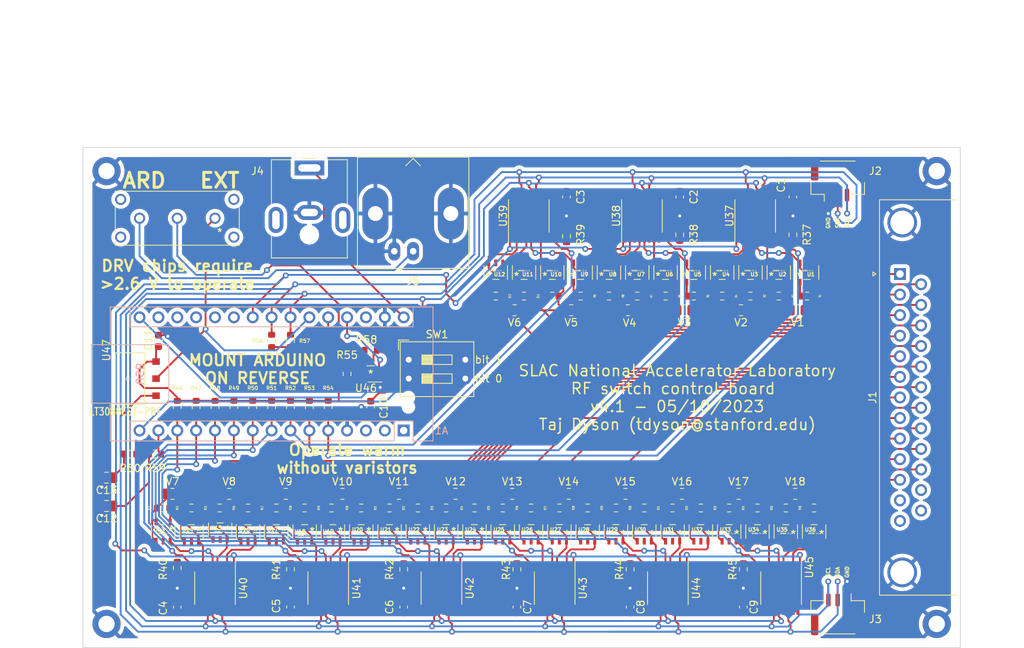
<source format=kicad_pcb>
(kicad_pcb (version 20211014) (generator pcbnew)
  (layers (0 "F.Cu" signal) (31 "B.Cu" signal) (34 "B.Paste" user) (35 "F.Paste" user) (36 "B.SilkS" user "B.Silkscreen") (37 "F.SilkS" user "F.Silkscreen") (38 "B.Mask" user) (39 "F.Mask" user) (44 "Edge.Cuts" user))
  (net 0 "")
  (net 4 "GND")
  (net 5 "Net-(A1-Pad5)")
  (net 6 "Net-(A1-Pad6)")
  (net 7 "Net-(A1-Pad7)")
  (net 8 "Net-(A1-Pad8)")
  (net 9 "Net-(A1-Pad9)")
  (net 10 "Net-(A1-Pad11)")
  (net 11 "Net-(A1-Pad12)")
  (net 12 "Net-(A1-Pad13)")
  (net 13 "Net-(A1-Pad15)")
  (net 14 "Net-(A1-Pad16)")
  (net 20 "Net-(A1-Pad22)")
  (net 21 "Net-(A1-Pad23)")
  (net 22 "Net-(A1-Pad24)")
  (net 23 "Net-(A1-Pad25)")
  (net 25 "Net-(A1-Pad30)")
  (net 26 "Net-(C1-Pad2)")
  (net 27 "Net-(C12-Pad1)")
  (net 28 "Net-(C13-Pad1)")
  (net 29 "Net-(J1-Pad1)")
  (net 30 "Net-(R4-Pad1)")
  (net 34 "Net-(J1-Pad2)")
  (net 35 "Net-(R5-Pad1)")
  (net 36 "Net-(R6-Pad1)")
  (net 37 "Net-(A1-Pad14)")
  (net 38 "Net-(J1-Pad3)")
  (net 39 "Net-(J1-Pad5)")
  (net 40 "Net-(J1-Pad4)")
  (net 41 "Net-(J1-Pad6)")
  (net 42 "Net-(J1-Pad7)")
  (net 43 "Net-(R20-Pad1)")
  (net 44 "Net-(R21-Pad1)")
  (net 45 "Net-(R22-Pad1)")
  (net 46 "Net-(R23-Pad1)")
  (net 47 "Net-(R24-Pad1)")
  (net 48 "Net-(R25-Pad1)")
  (net 49 "Net-(R26-Pad1)")
  (net 50 "Net-(R27-Pad1)")
  (net 51 "Net-(R28-Pad1)")
  (net 52 "Net-(R29-Pad1)")
  (net 53 "Net-(R30-Pad1)")
  (net 54 "Net-(R31-Pad1)")
  (net 55 "Net-(R32-Pad1)")
  (net 56 "Net-(R33-Pad1)")
  (net 57 "Net-(R34-Pad1)")
  (net 58 "Net-(R35-Pad1)")
  (net 59 "Net-(R36-Pad1)")
  (net 60 "Net-(J1-Pad8)")
  (net 61 "Net-(J1-Pad9)")
  (net 62 "Net-(J1-Pad10)")
  (net 63 "Net-(J1-Pad11)")
  (net 66 "Net-(J1-Pad14)")
  (net 67 "Net-(J1-Pad15)")
  (net 68 "Net-(J1-Pad16)")
  (net 69 "Net-(J1-Pad17)")
  (net 70 "Net-(J1-Pad19)")
  (net 71 "Net-(J1-Pad20)")
  (net 72 "Net-(J1-Pad21)")
  (net 73 "Net-(J1-Pad22)")
  (net 74 "Net-(J1-Pad23)")
  (net 77 "Net-(R1-Pad1)")
  (net 78 "Net-(R2-Pad1)")
  (net 79 "Net-(U10-Pad2)")
  (net 80 "Net-(R3-Pad1)")
  (net 81 "Net-(R9-Pad1)")
  (net 82 "Net-(R10-Pad1)")
  (net 83 "Net-(R11-Pad1)")
  (net 84 "Net-(R12-Pad1)")
  (net 85 "Net-(R13-Pad1)")
  (net 86 "Net-(R14-Pad1)")
  (net 87 "Net-(R15-Pad1)")
  (net 88 "Net-(R16-Pad1)")
  (net 89 "Net-(R17-Pad1)")
  (net 90 "Net-(U12-Pad2)")
  (net 91 "Net-(R18-Pad1)")
  (net 92 "Net-(R19-Pad1)")
  (net 93 "Net-(R37-Pad2)")
  (net 94 "Net-(R38-Pad2)")
  (net 112 "Net-(A1-Pad27)")
  (net 113 "Net-(R39-Pad2)")
  (net 114 "Net-(R40-Pad2)")
  (net 115 "Net-(R41-Pad2)")
  (net 116 "Net-(R42-Pad2)")
  (net 117 "Net-(R43-Pad2)")
  (net 118 "Net-(R44-Pad2)")
  (net 119 "Net-(R45-Pad2)")
  (net 120 "Net-(A1-Pad26)")
  (net 121 "Net-(R7-Pad1)")
  (net 122 "Net-(A1-Pad10)")
  (net 124 "Net-(R55-Pad1)")
  (net 125 "Net-(R58-Pad1)")
  (net 126 "Net-(J1-Pad18)")
  (net 127 "Net-(U11-Pad2)")
  (net 129 "Net-(U1-Pad2)")
  (net 130 "Net-(U2-Pad2)")
  (net 133 "Net-(U3-Pad2)")
  (net 134 "Net-(U37-Pad2)")
  (net 137 "Net-(U38-Pad5)")
  (net 138 "Net-(R8-Pad1)")
  (net 139 "Net-(U38-Pad7)")
  (net 141 "Net-(U38-Pad4)")
  (net 143 "Net-(U38-Pad2)")
  (net 148 "Net-(U39-Pad5)")
  (net 149 "Net-(U13-Pad2)")
  (net 150 "Net-(U14-Pad2)")
  (net 151 "Net-(U15-Pad2)")
  (net 152 "Net-(U16-Pad2)")
  (net 153 "Net-(U17-Pad2)")
  (net 154 "Net-(U18-Pad2)")
  (net 155 "Net-(U19-Pad2)")
  (net 156 "Net-(U20-Pad2)")
  (net 157 "Net-(U21-Pad2)")
  (net 158 "Net-(U22-Pad2)")
  (net 159 "Net-(U23-Pad2)")
  (net 160 "Net-(U25-Pad2)")
  (net 161 "Net-(U26-Pad2)")
  (net 162 "Net-(U27-Pad2)")
  (net 163 "Net-(U28-Pad2)")
  (net 164 "Net-(U29-Pad2)")
  (net 165 "Net-(U30-Pad2)")
  (net 166 "Net-(U31-Pad2)")
  (net 167 "Net-(U32-Pad2)")
  (net 168 "Net-(U33-Pad2)")
  (net 170 "Net-(U34-Pad2)")
  (net 172 "Net-(U35-Pad2)")
  (net 174 "Net-(U36-Pad2)")
  (net 212 "Net-(J5-Pad1)")
  (net 213 "Net-(U24-Pad2)")
  (footprint "" (layer "F.Cu") (at 147.32 72.39)
    (fp_text reference "")
    (fp_text value "")
  )
  (footprint "Resistor_SMD:R_0603_1608Metric" (layer "F.Cu") (at 123.19 117.742699 180)
    (fp_text reference "R34")
    (fp_text value "50")
  )
  (footprint "Resistor_SMD:R_0805_2012Metric" (layer "F.Cu") (at 128.27 115.837699)
    (fp_text reference "V18")
    (fp_text value "VC080505A150DP")
  )
  (footprint "Resistor_SMD:R_0603_1608Metric" (layer "F.Cu") (at 75.565 125.997699 90)
    (fp_text reference "R42")
    (fp_text value "0.5")
  )
  (footprint "SOT-753_1P6X2P9_ONS:SOT-753_1P6X2P9_ONS" (layer "F.Cu") (at 85.09 120.917699 90)
    (fp_text reference "U24")
    (fp_text value "SBE805-TL-E")
  )
  (footprint "Resistor_SMD:R_0603_1608Metric" (layer "F.Cu") (at 69.85 117.742699 180)
    (fp_text reference "R20")
    (fp_text value "50")
  )
  (footprint "Resistor_SMD:R_0805_2012Metric" (layer "F.Cu") (at 52.07 115.837699)
    (fp_text reference "V8")
    (fp_text value "VC080505A150DP")
  )
  (footprint "Resistor_SMD:R_0603_1608Metric" (layer "F.Cu") (at 57.785 95.25 -90)
    (fp_text reference "R56")
    (fp_text value "1k")
  )
  (footprint "Package_SO:TSSOP-16_4.4x5mm_P0.65mm" (layer "F.Cu") (at 107.64 78.4225 90)
    (fp_text reference "U38")
    (fp_text value "DRV8847SPWR")
  )
  (footprint "Resistor_SMD:R_0603_1608Metric" (layer "F.Cu") (at 60.325 95.25 -90)
    (fp_text reference "R57")
    (fp_text value "1k")
  )
  (footprint "Capacitor_SMD:C_0603_1608Metric" (layer "F.Cu") (at 75.565 131.077699 -90)
    (fp_text reference "C6")
    (fp_text value "0.1u")
  )
  (footprint "Package_SO:TSSOP-16_4.4x5mm_P0.65mm" (layer "F.Cu") (at 50.165 128.537699 -90)
    (fp_text reference "U40")
    (fp_text value "DRV8847SPWR")
  )
  (footprint "Resistor_SMD:R_0603_1608Metric" (layer "F.Cu") (at 110.815 89.2175)
    (fp_text reference "R6")
    (fp_text value "50")
  )
  (footprint "Capacitor_SMD:C_0603_1608Metric" (layer "F.Cu") (at 45.085 131.077699 -90)
    (fp_text reference "C4")
    (fp_text value "0.1u")
  )
  (footprint "SOT-753_1P6X2P9_ONS:SOT-753_1P6X2P9_ONS" (layer "F.Cu") (at 126.055 86.0425 -90)
    (fp_text reference "U2")
    (fp_text value "SBE805-TL-E")
  )
  (footprint "Package_SO:TSSOP-16_4.4x5mm_P0.65mm" (layer "F.Cu") (at 95.885 128.537699 -90)
    (fp_text reference "U43")
    (fp_text value "DRV8847SPWR")
  )
  (footprint "SOT-753_1P6X2P9_ONS:SOT-753_1P6X2P9_ONS" (layer "F.Cu") (at 127 120.917699 90)
    (fp_text reference "U35")
    (fp_text value "SBE805-TL-E")
  )
  (footprint "SOT-753_1P6X2P9_ONS:SOT-753_1P6X2P9_ONS" (layer "F.Cu") (at 58.42 120.917699 90)
    (fp_text reference "U17")
    (fp_text value "SBE805-TL-E")
  )
  (footprint "Resistor_SMD:R_0603_1608Metric" (layer "F.Cu") (at 103.195 89.2175)
    (fp_text reference "R8")
    (fp_text value "50")
  )
  (footprint "Resistor_SMD:R_0603_1608Metric" (layer "F.Cu") (at 118.435 89.2175)
    (fp_text reference "R4")
    (fp_text value "50")
  )
  (footprint "Connector_JST:JST_GH_BM03B-GHS-TBT_1x03-1MP_P1.25mm_Vertical" (layer "F.Cu") (at 133.985 73.66)
    (fp_text reference "J2")
    (fp_text value "Conn_01x03_Female")
  )
  (footprint "Resistor_SMD:R_0603_1608Metric" (layer "F.Cu") (at 65.85 117.742699 180)
    (fp_text reference "R19")
    (fp_text value "50")
  )
  (footprint "Resistor_SMD:R_0603_1608Metric" (layer "F.Cu") (at 115.57 117.742699 180)
    (fp_text reference "R32")
    (fp_text value "50")
  )
  (footprint "Resistor_SMD:R_0805_2012Metric" (layer "F.Cu") (at 44.45 115.837699)
    (fp_text reference "V7")
    (fp_text value "VC080505A150DP")
  )
  (footprint "Resistor_SMD:R_0603_1608Metric" (layer "F.Cu") (at 119.38 117.742699 180)
    (fp_text reference "R33")
    (fp_text value "50")
  )
  (footprint "Resistor_SMD:R_0603_1608Metric" (layer "F.Cu") (at 60.325 104.14 -90)
    (fp_text reference "R52")
    (fp_text value "1k")
  )
  (footprint "SOT-753_1P6X2P9_ONS:SOT-753_1P6X2P9_ONS" (layer "F.Cu") (at 100.33 120.917699 90)
    (fp_text reference "U28")
    (fp_text value "SBE805-TL-E")
  )
  (footprint "Resistor_SMD:R_0603_1608Metric" (layer "F.Cu") (at 104.14 117.742699 180)
    (fp_text reference "R29")
    (fp_text value "50")
  )
  (footprint "Resistor_SMD:R_0603_1608Metric" (layer "F.Cu") (at 47.625 104.14 -90)
    (fp_text reference "R47")
    (fp_text value "1k")
  )
  (footprint "Resistor_SMD:R_0805_2012Metric" (layer "F.Cu") (at 113.03 115.837699)
    (fp_text reference "V16")
    (fp_text value "VC080505A150DP")
  )
  (footprint "SOT-753_1P6X2P9_ONS:SOT-753_1P6X2P9_ONS" (layer "F.Cu") (at 119.38 120.917699 90)
    (fp_text reference "U33")
    (fp_text value "SBE805-TL-E")
  )
  (footprint "Capacitor_SMD:C_0603_1608Metric" (layer "F.Cu") (at 42.545 95.25 90)
    (fp_text reference "C11")
    (fp_text value "0.1u")
  )
  (footprint "SOT-753_1P6X2P9_ONS:SOT-753_1P6X2P9_ONS" (layer "F.Cu") (at 110.815 86.0425 -90)
    (fp_text reference "U6")
    (fp_text value "SBE805-TL-E")
  )
  (footprint "Resistor_SMD:R_0603_1608Metric" (layer "F.Cu") (at 73.66 117.742699 180)
    (fp_text reference "R21")
    (fp_text value "50")
  )
  (footprint "SOT-223_ST_LIT:SOT-223_ST_LIT" (layer "F.Cu") (at 38.735 100.33 90)
    (fp_text reference "U47")
    (fp_text value "LT3088EST-PBF")
  )
  (footprint "Resistor_SMD:R_0603_1608Metric" (layer "F.Cu") (at 71.12 96.52)
    (fp_text reference "R58")
    (fp_text value "0.1")
  )
  (footprint "Resistor_SMD:R_0603_1608Metric" (layer "F.Cu") (at 88.9 117.742699 180)
    (fp_text reference "R25")
    (fp_text value "50")
  )
  (footprint "Resistor_SMD:R_0603_1608Metric" (layer "F.Cu") (at 57.785 104.14 -90)
    (fp_text reference "R51")
    (fp_text value "1k")
  )
  (footprint "Resistor_SMD:R_0603_1608Metric" (layer "F.Cu") (at 130.81 117.742699 180)
    (fp_text reference "R36")
    (fp_text value "50")
  )
  (footprint "Resistor_SMD:R_0603_1608Metric" (layer "F.Cu") (at 62.865 104.14 -90)
    (fp_text reference "R53")
    (fp_text value "1k")
  )
  (footprint "SOT-753_1P6X2P9_ONS:SOT-753_1P6X2P9_ONS" (layer "F.Cu") (at 103.195 86.0425 -90)
    (fp_text reference "U8")
    (fp_text value "SBE805-TL-E")
  )
  (footprint "SOT-753_1P6X2P9_ONS:SOT-753_1P6X2P9_ONS" (layer "F.Cu") (at 114.625 86.0425 -90)
    (fp_text reference "U5")
    (fp_text value "SBE805-TL-E")
  )
  (footprint "Resistor_SMD:R_0603_1608Metric" (layer "F.Cu") (at 111.76 117.742699 180)
    (fp_text reference "R31")
    (fp_text value "50")
  )
  (footprint "Resistor_SMD:R_0603_1608Metric" (layer "F.Cu") (at 121.285 125.997699 90)
    (fp_text reference "R45")
    (fp_text value "0.5")
  )
  (footprint "Resistor_SMD:R_0603_1608Metric" (layer "F.Cu") (at 60.325 125.997699 90)
    (fp_text reference "R41")
    (fp_text value "0.5")
  )
  (footprint "Resistor_SMD:R_0805_2012Metric" (layer "F.Cu") (at 97.79 115.837699)
    (fp_text reference "V14")
    (fp_text value "VC080505A150DP")
  )
  (footprint "Connector_Dsub:DSUB-25_Female_Horizontal_P2.77x2.84mm_EdgePinOffset4.94mm_Housed_MountingHolesOffset7.48mm" (layer "F.Cu") (at 142.374669 86.245 90)
    (fp_text reference "J1")
    (fp_text value "DB25_Female_MountingHoles")
  )
  (footprint "SOT-753_1P6X2P9_ONS:SOT-753_1P6X2P9_ONS" (layer "F.Cu") (at 130.81 120.917699 90)
    (fp_text reference "U36")
    (fp_text value "SBE805-TL-E")
  )
  (footprint "Resistor_SMD:R_0603_1608Metric" (layer "F.Cu") (at 45.085 104.14 -90)
    (fp_text reference "R46")
    (fp_text value "1k")
  )
  (footprint "SOT-753_1P6X2P9_ONS:SOT-753_1P6X2P9_ONS" (layer "F.Cu") (at 107.95 120.917699 90)
    (fp_text reference "U30")
    (fp_text value "SBE805-TL-E")
  )
  (footprint "Resistor_SMD:R_0603_1608Metric" (layer "F.Cu") (at 127.96 80.9625 -90)
    (fp_text reference "R37")
    (fp_text value "0.5")
  )
  (footprint "Resistor_SMD:R_0603_1608Metric" (layer "F.Cu") (at 106.045 125.997699 90)
    (fp_text reference "R44")
    (fp_text value "0.5")
  )
  (footprint "Resistor_SMD:R_0603_1608Metric" (layer "F.Cu") (at 100.33 117.742699 180)
    (fp_text reference "R28")
    (fp_text value "50")
  )
  (footprint "Capacitor_SMD:C_0603_1608Metric" (layer "F.Cu") (at 112.72 75.8825 90)
    (fp_text reference "C2")
    (fp_text value "0.1u")
  )
  (footprint "SOT-753_1P6X2P9_ONS:SOT-753_1P6X2P9_ONS" (layer "F.Cu") (at 88.9 120.917699 90)
    (fp_text reference "U25")
    (fp_text value "SBE805-TL-E")
  )
  (footprint "SOT-753_1P6X2P9_ONS:SOT-753_1P6X2P9_ONS" (layer "F.Cu") (at 111.76 120.917699 90)
    (fp_text reference "U31")
    (fp_text value "SBE805-TL-E")
  )
  (footprint "SOT-753_1P6X2P9_ONS:SOT-753_1P6X2P9_ONS" (layer "F.Cu") (at 87.955 86.0425 -90)
    (fp_text reference "U12")
    (fp_text value "SBE805-TL-E")
  )
  (footprint "Resistor_SMD:R_0603_1608Metric" (layer "F.Cu") (at 96.52 117.742699 180)
    (fp_text reference "R27")
    (fp_text value "50")
  )
  (footprint "Resistor_SMD:R_0603_1608Metric" (layer "F.Cu") (at 107.95 117.742699 180)
    (fp_text reference "R30")
    (fp_text value "50")
  )
  (footprint "Resistor_SMD:R_0603_1608Metric" (layer "F.Cu") (at 43.18 117.742699 180)
    (fp_text reference "R13")
    (fp_text value "50")
  )
  (footprint "Resistor_SMD:R_0805_2012Metric" (layer "F.Cu") (at 90.17 115.837699)
    (fp_text reference "V13")
    (fp_text value "VC080505A150DP")
  )
  (footprint "Resistor_SMD:R_0603_1608Metric" (layer "F.Cu") (at 112.72 80.9625 -90)
    (fp_text reference "R38")
    (fp_text value "0.5")
  )
  (footprint "SOT-753_1P6X2P9_ONS:SOT-753_1P6X2P9_ONS" (layer "F.Cu") (at 81.28 120.917699 90)
    (fp_text reference "U23")
    (fp_text value "SBE805-TL-E")
  )
  (footprint "Package_SO:TSSOP-16_4.4x5mm_P0.65mm" (layer "F.Cu") (at 122.88 78.4225 90)
    (fp_text reference "U37")
    (fp_text value "DRV8847SPWR")
  )
  (footprint "Resistor_SMD:R_0805_2012Metric" (layer "F.Cu") (at 128.595 91.1225 180)
    (fp_text reference "V1")
    (fp_text value "VC080505A150DP")
  )
  (footprint "SOT-753_1P6X2P9_ONS:SOT-753_1P6X2P9_ONS" (layer "F.Cu") (at 122.245 86.0425 -90)
    (fp_text reference "U3")
    (fp_text value "SBE805-TL-E")
  )
  (footprint "Capacitor_SMD:C_0805_2012Metric" (layer "F.Cu") (at 35.56 117.475 180)
    (fp_text reference "C12")
    (fp_text value "100u")
  )
  (footprint "Resistor_SMD:R_0603_1608Metric" (layer "F.Cu") (at 85.09 117.742699 180)
    (fp_text reference "R24")
    (fp_text value "50")
  )
  (footprint "Resistor_SMD:R_0603_1608Metric" (layer "F.Cu") (at 77.47 117.742699 180)
    (fp_text reference "R22")
    (fp_text value "50")
  )
  (footprint "SOT-753_1P6X2P9_ONS:SOT-753_1P6X2P9_ONS" (layer "F.Cu") (at 69.85 120.917699 90)
    (fp_text reference "U20")
    (fp_text value "SBE805-TL-E")
  )
  (footprint "Capacitor_SMD:C_0603_1608Metric" (layer "F.Cu") (at 71.12 104.14 90)
    (fp_text reference "C10")
    (fp_text value "0.1u")
  )
  (footprint "Capacitor_SMD:C_0603_1608Metric" (layer "F.Cu") (at 121.285 131.077699 -90)
    (fp_text reference "C9")
    (fp_text value "0.1u")
  )
  (footprint "Resistor_SMD:R_0603_1608Metric" (layer "F.Cu") (at 129.865 89.2175)
    (fp_text reference "R1")
    (fp_text value "50")
  )
  (footprint "SOT-753_1P6X2P9_ONS:SOT-753_1P6X2P9_ONS" (layer "F.Cu") (at 77.47 120.917699 90)
    (fp_text reference "U22")
    (fp_text value "SBE805-TL-E")
  )
  (footprint "Resistor_SMD:R_0603_1608Metric" (layer "F.Cu") (at 81.28 117.742699 180)
    (fp_text reference "R23")
    (fp_text value "50")
  )
  (footprint "Resistor_SMD:R_0603_1608Metric" (layer "F.Cu") (at 107.005 89.2175)
    (fp_text reference "R7")
    (fp_text value "50")
  )
  (footprint "Resistor_SMD:R_0603_1608Metric" (layer "F.Cu") (at 38.735 110.49)
    (fp_text reference "R60")
    (fp_text value "1k")
  )
  (footprint "SOT-753_1P6X2P9_ONS:SOT-753_1P6X2P9_ONS" (layer "F.Cu") (at 46.99 120.917699 90)
    (fp_text reference "U14")
    (fp_text value "SBE805-TL-E")
  )
  (footprint "Resistor_SMD:R_0805_2012Metric" (layer "F.Cu") (at 59.69 115.837699)
    (fp_text reference "V9")
    (fp_text value "VC080505A150DP")
  )
  (footprint "SOT-753_1P6X2P9_ONS:SOT-753_1P6X2P9_ONS" (layer "F.Cu") (at 118.435 86.0425 -90)
    (fp_text reference "U4")
    (fp_text value "SBE805-TL-E")
  )
  (footprint "SOT-753_1P6X2P9_ONS:SOT-753_1P6X2P9_ONS" (layer "F.Cu") (at 62.23 120.917699 90)
    (fp_text reference "U18")
    (fp_text value "SBE805-TL-E")
  )
  (footprint "Connector_JST:JST_GH_BM03B-GHS-TBT_1x03-1MP_P1.25mm_Vertical" (layer "F.Cu") (at 133.985 132.08 180)
    (fp_text reference "J3")
    (fp_text value "Conn_01x03_Female")
  )
  (footprint "Resistor_SMD:R_0603_1608Metric" (layer "F.Cu") (at 52.705 104.14 -90)
    (fp_text reference "R49")
    (fp_text value "1k")
  )
  (footprint "" (layer "F.Cu") (at 35.56 133.35)
    (fp_text reference "")
    (fp_text value "")
  )
  (footprint "Resistor_SMD:R_0603_1608Metric" (layer "F.Cu") (at 114.625 89.2175)
    (fp_text reference "R5")
    (fp_text value "50")
  )
  (footprint "Capacitor_SMD:C_0603_1608Metric" (layer "F.Cu") (at 106.045 131.077699 -90)
    (fp_text reference "C8")
    (fp_text value "0.1u")
  )
  (footprint "Package_SO:TSSOP-16_4.4x5mm_P0.65mm" (layer "F.Cu") (at 126.365 128.537699 -90)
    (fp_text reference "U45")
    (fp_text value "DRV8847SPWR")
  )
  (footprint "Resistor_SMD:R_0603_1608Metric" (layer "F.Cu") (at 62.23 117.742699 180)
    (fp_text reference "R18")
    (fp_text value "50")
  )
  (footprint "Resistor_SMD:R_0603_1608Metric" (layer "F.Cu") (at 54.61 117.742699 180)
    (fp_text reference "R16")
    (fp_text value "50")
  )
  (footprint "Resistor_SMD:R_0805_2012Metric" (layer "F.Cu") (at 90.495 91.1225 180)
    (fp_text reference "V6")
    (fp_text value "VC080505A150DP")
  )
  (footprint "Capacitor_SMD:C_0805_2012Metric" (layer "F.Cu") (at 35.56 113.665 180)
    (fp_text reference "C13")
    (fp_text value "100u")
  )
  (footprint "Package_SO:TSSOP-16_4.4x5mm_P0.65mm" (layer "F.Cu") (at 92.4 78.4225 90)
    (fp_text reference "U39")
    (fp_text value "DRV8847SPWR")
  )
  (footprint "SOT-753_1P6X2P9_ONS:SOT-753_1P6X2P9_ONS" (layer "F.Cu") (at 115.57 120.917699 90)
    (fp_text reference "U32")
    (fp_text value "SBE805-TL-E")
  )
  (footprint "Resistor_SMD:R_0805_2012Metric" (layer "F.Cu") (at 74.93 115.837699)
    (fp_text reference "V11")
    (fp_text value "VC080505A150DP")
  )
  (footprint "SOT-753_1P6X2P9_ONS:SOT-753_1P6X2P9_ONS" (layer "F.Cu") (at 123.19 120.917699 90)
    (fp_text reference "U34")
    (fp_text value "SBE805-TL-E")
  )
  (footprint "Resistor_SMD:R_0603_1608Metric" (layer "F.Cu") (at 67.945 99.695 90)
    (fp_text reference "R55")
    (fp_text value "100")
  )
  (footprint "Resistor_SMD:R_0603_1608Metric" (layer "F.Cu") (at 99.385 89.2175)
    (fp_text reference "R9")
    (fp_text value "50")
  )
  (footprint "SOT-753_1P6X2P9_ONS:SOT-753_1P6X2P9_ONS" (layer "F.Cu") (at 50.855899 120.678999 90)
    (fp_text reference "U15")
    (fp_text value "SBE805-TL-E")
  )
  (footprint "Resistor_SMD:R_0603_1608Metric" (layer "F.Cu") (at 55.245 104.14 -90)
    (fp_text reference "R50")
    (fp_text value "1k")
  )
  (footprint "SOT-753_1P6X2P9_ONS:SOT-753_1P6X2P9_ONS" (layer "F.Cu") (at 43.18 120.917699 90)
    (fp_text reference "U13")
    (fp_text value "SBE805-TL-E")
  )
  (footprint "Resistor_SMD:R_0805_2012Metric" (layer "F.Cu") (at 120.65 115.837699)
    (fp_text reference "V17")
    (fp_text value "VC080505A150DP")
  )
  (footprint "Resistor_SMD:R_0805_2012Metric" (layer "F.Cu") (at 113.355 91.1225 180)
    (fp_text reference "V3")
    (fp_text value "VC080505A150DP")
  )
  (footprint "SOT-753_1P6X2P9_ONS:SOT-753_1P6X2P9_ONS" (layer "F.Cu") (at 66.04 120.917699 90)
    (fp_text reference "U19")
    (fp_text value "SBE805-TL-E")
  )
  (footprint "Resistor_SMD:R_0603_1608Metric" (layer "F.Cu") (at 90.805 125.997699 90)
    (fp_text reference "R43")
    (fp_text value "0.5")
  )
  (footprint "Resistor_SMD:R_0603_1608Metric" (layer "F.Cu") (at 95.575 89.2175)
    (fp_text reference "R10")
    (fp_text value "50")
  )
  (footprint "SOT-753_1P6X2P9_ONS:SOT-753_1P6X2P9_ONS" (layer "F.Cu") (at 73.66 120.917699 90)
    (fp_text reference "U21")
    (fp_text value "SBE805-TL-E")
  )
  (footprint "SOT-753_1P6X2P9_ONS:SOT-753_1P6X2P9_ONS" (layer "F.Cu") (at 129.865 86.0425 -90)
    (fp_text reference "U1")
    (fp_text value "SBE805-TL-E")
  )
  (footprint "D22012_B_NKK:D22012_B_NKK" (layer "F.Cu") (at 50.165 78.74 180)
    (fp_text reference "SW2" hide)
    (fp_text value "D22018B" hide)
  )
  (footprint "Package_SO:TSSOP-16_4.4x5mm_P0.65mm" (layer "F.Cu") (at 80.645 128.537699 -90)
    (fp_text reference "U42")
    (fp_text value "DRV8847SPWR")
  )
  (footprint "Resistor_SMD:R_0603_1608Metric" (layer "F.Cu") (at 122.245 89.2175)
    (fp_text reference "R3")
    (fp_text value "50")
  )
  (footprint "SOT-753_1P6X2P9_ONS:SOT-753_1P6X2P9_ONS" (layer "F.Cu") (at 91.765 86.0425 -90)
    (fp_text reference "U11")
    (fp_text value "SBE805-TL-E")
  )
  (footprint "Capacitor_SMD:C_0603_1608Metric" (layer "F.Cu") (at 90.805 131.077699 -90)
    (fp_text reference "C7")
    (fp_text value "0.1u")
  )
  (footprint "Package_SO:TSSOP-16_4.4x5mm_P0.65mm" (layer "F.Cu") (at 65.405 128.537699 -90)
    (fp_text reference "U41")
    (fp_text value "DRV8847SPWR")
  )
  (footprint "" (layer "F.Cu") (at 147.32 133.35)
    (fp_text reference "")
    (fp_text value "")
  )
  (footprint "Resistor_SMD:R_0603_1608Metric" (layer "F.Cu") (at 92.71 117.742699 180)
    (fp_text reference "R26")
    (fp_text value "50")
  )
  (footprint "Capacitor_SMD:C_0603_1608Metric" (layer "F.Cu") (at 97.48 75.8825 90)
    (fp_text reference "C3")
    (fp_text value "0.1u")
  )
  (footprint "Resistor_SMD:R_0603_1608Metric" (layer "F.Cu") (at 65.405 104.14 -90)
    (fp_text reference "R54")
    (fp_text value "1k")
  )
  (footprint "Connector_Coaxial:BNC_Amphenol_B6252HB-NPP3G-50_Horizontal" (layer "F.Cu") (at 76.835 83.185)
    (fp_text reference "J5")
    (fp_text value "Conn_Coaxial_Power")
  )
  (footprint "Resistor_SMD:R_0603_1608Metric" (layer "F.Cu") (at 97.48 81.1525 -90)
    (fp_text reference "R39")
    (fp_text value "0.5")
  )
  (footprint "DCK0006A_N:DCK0006A_N" (layer "F.Cu") (at 71.12 99.695 180)
    (fp_text reference "U46")
    (fp_text value "INA213AIDCKT" hide)
  )
  (footprint "Resistor_SMD:R_0805_2012Metric" (layer "F.Cu") (at 82.55 115.837699)
    (fp_text reference "V12")
    (fp_text value "VC080505A150DP")
  )
  (footprint "Resistor_SMD:R_0805_2012Metric" (layer "F.Cu") (at 105.41 115.837699)
    (fp_text reference "V15")
    (fp_text value "VC080505A150DP")
  )
  (footprint "Resistor_SMD:R_0603_1608Metric" (layer "F.Cu") (at 45.085 125.807699 90)
    (fp_text reference "R40")
    (fp_text value "0.5")
  )
  (footprint "Resistor_SMD:R_0603_1608Metric" (layer "F.Cu") (at 50.8 117.742699 180)
    (fp_text reference "R15")
    (fp_text value "50")
  )
  (footprint "Package_SO:TSSOP-16_4.4x5mm_P0.65mm" (layer "F.Cu") (at 111.125 128.537699 -90)
    (fp_text reference "U44")
    (fp_text value "DRV8847SPWR")
  )
  (footprint "SOT-753_1P6X2P9_ONS:SOT-753_1P6X2P9_ONS" (layer "F.Cu") (at 95.575 86.0425 -90)
    (fp_text reference "U10")
    (fp_text value "SBE805-TL-E")
  )
  (footprint "Resistor_SMD:R_0603_1608Metric" (layer "F.Cu") (at 91.765 89.2175)
    (fp_text reference "R11")
    (fp_text value "50")
  )
  (footprint "Resistor_SMD:R_0805_2012Metric" (layer "F.Cu") (at 105.735 91.1225 180)
    (fp_text reference "V4")
    (fp_text value "VC080505A150DP")
  )
  (footprint "Capacitor_SMD:C_0603_1608Metric" (layer "F.Cu") (at 127.96 75.8825 90)
    (fp_text reference "C1")
    (fp_text value "0.1u")
  )
  (footprint "Resistor_SMD:R_0805_2012Metric" (layer "F.Cu") (at 120.975 91.1225 180)
    (fp_text reference "V2")
    (fp_text value "VC080505A150DP")
  )
  (footprint "SOT-753_1P6X2P9_ONS:SOT-753_1P6X2P9_ONS" (layer "F.Cu") (at 54.61 120.917699 90)
    (fp_text reference "U16")
    (fp_text value "SBE805-TL-E")
  )
  (footprint "Resistor_SMD:R_0603_1608Metric" (layer "F.Cu") (at 58.42 117.742699 180)
    (fp_text reference "R17")
    (fp_text value "50")
  )
  (footprint "Resistor_SMD:R_0603_1608Metric" (layer "F.Cu") (at 127 117.742699 180)
    (fp_text reference "R35")
    (fp_text value "50")
  )
  (footprint "SOT-753_1P6X2P9_ONS:SOT-753_1P6X2P9_ONS" (layer "F.Cu") (at 107.005 86.0425 -90)
    (fp_text reference "U7")
    (fp_text value "SBE805-TL-E")
  )
  (footprint "Resistor_SMD:R_0805_2012Metric" (layer "F.Cu") (at 98.115 91.1225 180)
    (fp_text reference "V5")
    (fp_text value "VC080505A150DP")
  )
  (footprint "Capacitor_SMD:C_0603_1608Metric" (layer "F.Cu") (at 60.325 131.077699 -90)
    (fp_text reference "C5")
    (fp_text value "0.1u")
  )
  (footprint "Resistor_SMD:R_0603_1608Metric" (layer "F.Cu") (at 42.1 110.49)
    (fp_text reference "R59")
    (fp_text value "1k")
  )
  (footprint "MountingHole:MountingHole_2.2mm_M2_DIN965_Pad" (layer "F.Cu") (at 35.56 72.39)
    (fp_text reference "REF**" hide)
    (fp_text value "MountingHole_2.2mm_M2_DIN965_Pad")
  )
  (footprint "Connector_BarrelJack:BarrelJack_CUI_PJ-063AH_Horizontal" (layer "F.Cu") (at 62.865 71.97)
    (fp_text reference "J4")
    (fp_text value "Conn_Coaxial_Power")
  )
  (footprint "SOT-753_1P6X2P9_ONS:SOT-753_1P6X2P9_ONS" (layer "F.Cu") (at 104.14 120.917699 90)
    (fp_text reference "U29")
    (fp_text value "SBE805-TL-E")
  )
  (footprint "Resistor_SMD:R_0603_1608Metric" (layer "F.Cu") (at 87.955 89.2175)
    (fp_text reference "R12")
    (fp_text value "50")
  )
  (footprint "Resistor_SMD:R_0603_1608Metric" (layer "F.Cu") (at 46.99 117.742699 180)
    (fp_text reference "R14")
    (fp_text value "50")
  )
  (footprint "Resistor_SMD:R_0603_1608Metric" (layer "F.Cu") (at 126.055 89.2175)
    (fp_text reference "R2")
    (fp_text value "50")
  )
  (footprint "Button_Switch_THT:SW_DIP_SPSTx02_Slide_9.78x7.26mm_W7.62mm_P2.54mm" (layer "F.Cu") (at 76.2425 97.785)
    (fp_text reference "SW1")
    (fp_text value "SW_DIP_x02")
  )
  (footprint "Resistor_SMD:R_0603_1608Metric" (layer "F.Cu") (at 50.165 104.14 -90)
    (fp_text reference "R48")
    (fp_text value "1k")
  )
  (footprint "SOT-753_1P6X2P9_ONS:SOT-753_1P6X2P9_ONS" (layer "F.Cu") (at 96.52 120.917699 90)
    (fp_text reference "U27")
    (fp_text value "SBE805-TL-E")
  )
  (footprint "Resistor_SMD:R_0805_2012Metric" (layer "F.Cu") (at 67.31 115.837699)
    (fp_text reference "V10")
    (fp_text value "VC080505A150DP")
  )
  (footprint "SOT-753_1P6X2P9_ONS:SOT-753_1P6X2P9_ONS" (layer "F.Cu") (at 99.385 86.0425 -90)
    (fp_text reference "U9")
    (fp_text value "SBE805-TL-E")
  )
  (footprint "SOT-753_1P6X2P9_ONS:SOT-753_1P6X2P9_ONS" (layer "F.Cu") (at 92.71 120.917699 90)
    (fp_text reference "U26")
    (fp_text value "SBE805-TL-E")
  )
  (footprint "Module:Arduino_Nano" (layer "B.Cu") (at 75.565 107.315 90)
    (fp_text reference "A1")
    (fp_text value "Arduino_Nano_v3.x")
  )
  (gr_rect (start 150.495 69.215) (end 32.385 136.525) (layer "Edge.Cuts") (width 0.1) (fill none))
  (gr_text "DRV chips require\n>2.6 V to operate" (at 45.085 86.36) (layer "F.SilkS") (effects (font (size 1.5 1.5) (thickness 0.3))))
  (gr_text "GND" (at 132.715 79.375 90) (layer "F.SilkS") (effects (font (size 0.5 0.5) (thickness 0.125))))
  (gr_text "SDA" (at 133.985 79.375 90) (layer "F.SilkS") (effects (font (size 0.5 0.5) (thickness 0.125))))
  (gr_text "MOUNT ARDUINO\nON REVERSE" (at 55.88 99.06) (layer "F.SilkS") (effects (font (size 1.5 1.5) (thickness 0.3))))
  (gr_text "SCL" (at 135.255 79.375 90) (layer "F.SilkS") (effects (font (size 0.5 0.5) (thickness 0.125))))
  (gr_text "bit 1" (at 86.995 97.79) (layer "F.SilkS") (effects (font (size 1 1))))
  (gr_text "SDA" (at 133.985 126.365 90) (layer "F.SilkS") (effects (font (size 0.5 0.5) (thickness 0.125))))
  (gr_text "GND" (at 135.255 126.365 90) (layer "F.SilkS") (effects (font (size 0.5 0.5) (thickness 0.125))))
  (gr_text "ARD" (at 40.64 73.66) (layer "F.SilkS") (effects (font (size 2 2) (thickness 0.4))))
  (gr_text "Operate warm\nwithout varistors" (at 67.945 111.125) (layer "F.SilkS") (effects (font (size 1.5 1.5) (thickness 0.3))))
  (gr_text "bit 0" (at 86.995 100.33) (layer "F.SilkS") (effects (font (size 1 1))))
  (gr_text "SCL" (at 132.715 126.365 90) (layer "F.SilkS") (effects (font (size 0.5 0.5) (thickness 0.125))))
  (gr_text "SLAC National Accelerator Laboratory\nRF switch control board \nv4.1 - 05/10/2023\nTaj Dyson (tdyson@stanford.edu)" (at 112.395 102.87) (layer "F.SilkS") (effects (font (size 1.5 1.5) (thickness 0.2))))
  (gr_text "EXT" (at 50.8 73.66) (layer "F.SilkS") (effects (font (size 2 2) (thickness 0.4))))
  (segment (start 60.325 130.302699) (end 60.325 128.537699) (width 0.25) (layer "F.Cu") (net 4))
  (segment (start 106.045 128.537699) (end 109.883021 128.537699) (width 0.25) (layer "F.Cu") (net 4))
  (segment (start 65.73 130.125199) (end 64.1425 128.537699) (width 0.25) (layer "F.Cu") (net 4))
  (segment (start 126.69 130.132699) (end 125.095 128.537699) (width 0.25) (layer "F.Cu") (net 4))
  (segment (start 72.244999 99.695) (end 72.244999 100.345001) (width 0.25) (layer "F.Cu") (net 4))
  (segment (start 79.375 128.537699) (end 80.97 130.132699) (width 0.25) (layer "F.Cu") (net 4))
  (segment (start 127.96 78.4225) (end 124.15 78.4225) (width 0.25) (layer "F.Cu") (net 4))
  (segment (start 106.045 130.302699) (end 106.045 128.537699) (width 0.25) (layer "F.Cu") (net 4))
  (segment (start 125.095 128.537699) (end 121.285 128.537699) (width 0.25) (layer "F.Cu") (net 4))
  (segment (start 90.805 128.537699) (end 94.615 128.537699) (width 0.25) (layer "F.Cu") (net 4))
  (segment (start 97.48 80.1375) (end 97.48 78.4225) (width 0.25) (layer "F.Cu") (net 4))
  (segment (start 121.285 130.302699) (end 121.285 128.537699) (width 0.25) (layer "F.Cu") (net 4))
  (segment (start 109.883021 128.537699) (end 111.45 130.104678) (width 0.25) (layer "F.Cu") (net 4))
  (segment (start 75.565 130.302699) (end 75.565 128.537699) (width 0.25) (layer "F.Cu") (net 4))
  (segment (start 72.244999 101.349513) (end 72.405986 101.5105) (width 0.25) (layer "F.Cu") (net 4))
  (segment (start 34.785 117.475) (end 34.785 118.605) (width 0.25) (layer "F.Cu") (net 4))
  (segment (start 45.085 126.822699) (end 45.085 128.537699) (width 0.25) (layer "F.Cu") (net 4))
  (segment (start 34.785 113.665) (end 34.785 114.795) (width 0.25) (layer "F.Cu") (net 4))
  (segment (start 135.235 130.13) (end 135.235 127.655) (width 0.25) (layer "F.Cu") (net 4))
  (segment (start 112.72 76.6575) (end 112.72 78.4225) (width 0.25) (layer "F.Cu") (net 4))
  (segment (start 34.785 114.795) (end 34.925 114.935) (width 0.25) (layer "F.Cu") (net 4))
  (segment (start 97.48 76.6575) (end 97.48 78.4225) (width 0.25) (layer "F.Cu") (net 4))
  (segment (start 132.735 75.61) (end 132.735 78.085) (width 0.25) (layer "F.Cu") (net 4))
  (segment (start 127.96 80.1375) (end 127.96 78.4225) (width 0.25) (layer "F.Cu") (net 4))
  (segment (start 72.244999 100.345001) (end 72.244999 101.349513) (width 0.25) (layer "F.Cu") (net 4))
  (segment (start 93.6625 78.4225) (end 97.48 78.4225) (width 0.25) (layer "F.Cu") (net 4))
  (segment (start 92.075 75.56) (end 92.075 76.835) (width 0.25) (layer "F.Cu") (net 4))
  (segment (start 108.9025 78.4225) (end 112.72 78.4225) (width 0.25) (layer "F.Cu") (net 4))
  (segment (start 135.235 127.655) (end 135.255 127.635) (width 0.25) (layer "F.Cu") (net 4))
  (segment (start 64.1425 128.537699) (end 60.325 128.537699) (width 0.25) (layer "F.Cu") (net 4))
  (segment (start 90.805 126.822699) (end 90.805 128.537699) (width 0.25) (layer "F.Cu") (net 4))
  (segment (start 65.73 131.400199) (end 65.73 130.125199) (width 0.25) (layer "F.Cu") (net 4))
  (segment (start 112.72 80.1375) (end 112.72 78.4225) (width 0.25) (layer "F.Cu") (net 4))
  (segment (start 75.565 126.822699) (end 75.565 128.537699) (width 0.25) (layer "F.Cu") (net 4))
  (segment (start 80.97 130.132699) (end 80.97 131.400199) (width 0.25) (layer "F.Cu") (net 4))
  (segment (start 70.625 104.915) (end 69.85 104.14) (width 0.25) (layer "F.Cu") (net 4))
  (segment (start 132.735 78.085) (end 132.715 78.105) (width 0.25) (layer "F.Cu") (net 4))
  (segment (start 45.085 130.302699) (end 45.085 128.537699) (width 0.25) (layer "F.Cu") (net 4))
  (segment (start 107.315 75.56) (end 107.315 76.835) (width 0.25) (layer "F.Cu") (net 4))
  (segment (start 122.555 76.8275) (end 124.15 78.4225) (width 0.25) (layer "F.Cu") (net 4))
  (segment (start 50.49 130.125199) (end 48.9025 128.537699) (width 0.25) (layer "F.Cu") (net 4))
  (segment (start 71.12 104.915) (end 70.625 104.915) (width 0.25) (layer "F.Cu") (net 4))
  (segment (start 34.785 118.605) (end 34.925 118.745) (width 0.25) (layer "F.Cu") (net 4))
  (segment (start 106.045 126.822699) (end 106.045 128.537699) (width 0.25) (layer "F.Cu") (net 4))
  (segment (start 42.545 94.485) (end 43.675 94.485) (width 0.25) (layer "F.Cu") (net 4))
  (segment (start 90.805 130.302699) (end 90.805 128.537699) (width 0.25) (layer "F.Cu") (net 4))
  (segment (start 94.615 128.537699) (end 96.21 130.132699) (width 0.25) (layer "F.Cu") (net 4))
  (segment (start 92.075 76.835) (end 93.6625 78.4225) (width 0.25) (layer "F.Cu") (net 4))
  (segment (start 122.555 75.56) (end 122.555 76.8275) (width 0.25) (layer "F.Cu") (net 4))
  (segment (start 96.21 130.132699) (end 96.21 131.400199) (width 0.25) (layer "F.Cu") (net 4))
  (segment (start 75.565 128.537699) (end 79.375 128.537699) (width 0.25) (layer "F.Cu") (net 4))
  (segment (start 121.285 126.822699) (end 121.285 128.537699) (width 0.25) (layer "F.Cu") (net 4))
  (segment (start 107.315 76.835) (end 108.9025 78.4225) (width 0.25) (layer "F.Cu") (net 4))
  (segment (start 127.96 76.6575) (end 127.96 78.4225) (width 0.25) (layer "F.Cu") (net 4))
  (segment (start 48.9025 128.537699) (end 45.085 128.537699) (width 0.25) (layer "F.Cu") (net 4))
  (segment (start 126.69 131.400199) (end 126.69 130.132699) (width 0.25) (layer "F.Cu") (net 4))
  (segment (start 50.49 131.400199) (end 50.49 130.125199) (width 0.25) (layer "F.Cu") (net 4))
  (segment (start 60.325 126.822699) (end 60.325 128.537699) (width 0.25) (layer "F.Cu") (net 4))
  (segment (start 111.45 130.104678) (end 111.45 131.400199) (width 0.25) (layer "F.Cu") (net 4))
  (via (at 90.805 128.537699) (size 0.8) (drill 0.4) (layers "F.Cu" "B.Cu") (net 4))
  (via (at 60.325 128.537699) (size 0.8) (drill 0.4) (layers "F.Cu" "B.Cu") (net 4))
  (via (at 127.96 78.4225) (size 0.8) (drill 0.4) (layers "F.Cu" "B.Cu") (net 4))
  (via (at 72.405986 101.5105) (size 0.8) (drill 0.4) (layers "F.Cu" "B.Cu") (net 4))
  (via (at 112.72 78.4225) (size 0.8) (drill 0.4) (layers "F.Cu" "B.Cu") (net 4))
  (via (at 45.085 128.537699) (size 0.8) (drill 0.4) (layers "F.Cu" "B.Cu") (net 4))
  (via (at 43.815 94.625) (size 0.8) (drill 0.4) (layers "F.Cu" "B.Cu") (net 4))
  (via (at 121.285 128.537699) (size 0.8) (drill 0.4) (layers "F.Cu" "B.Cu") (net 4))
  (via (at 75.565 128.537699) (size 0.8) (drill 0.4) (layers "F.Cu" "B.Cu") (net 4))
  (via (at 135.255 127.635) (size 0.8) (drill 0.4) (layers "F.Cu" "B.Cu") (net 4))
  (via (at 34.925 114.935) (size 0.8) (drill 0.4) (layers "F.Cu" "B.Cu") (net 4))
  (via (at 69.85 104.14) (size 0.8) (drill 0.4) (layers "F.Cu" "B.Cu") (net 4))
  (via (at 132.715 78.105) (size 0.8) (drill 0.4) (layers "F.Cu" "B.Cu") (net 4))
  (via (at 97.48 78.4225) (size 0.8) (drill 0.4) (layers "F.Cu" "B.Cu") (net 4))
  (via (at 34.925 118.745) (size 0.8) (drill 0.4) (layers "F.Cu" "B.Cu") (net 4))
  (via (at 106.045 128.537699) (size 0.8) (drill 0.4) (layers "F.Cu" "B.Cu") (net 4))
  (segment (start 125.155 81.285) (end 125.673769 81.285) (width 0.25) (layer "F.Cu") (net 5))
  (segment (start 128.155498 82.963) (end 128.644999 83.452501) (width 0.25) (layer "F.Cu") (net 5))
  (segment (start 65.405 107.315) (end 65.405 110.6905) (width 0.25) (layer "F.Cu") (net 5))
  (segment (start 127.351769 82.963) (end 128.155498 82.963) (width 0.25) (layer "F.Cu") (net 5))
  (segment (start 65.405 104.965) (end 65.405 107.315) (width 0.25) (layer "F.Cu") (net 5))
  (segment (start 125.673769 81.285) (end 127.351769 82.963) (width 0.25) (layer "F.Cu") (net 5))
  (via (at 65.405 110.6905) (size 0.8) (drill 0.4) (layers "F.Cu" "B.Cu") (net 5))
  (via (at 128.644999 83.452501) (size 0.8) (drill 0.4) (layers "F.Cu" "B.Cu") (net 5))
  (segment (start 109.6545 110.6905) (end 65.405 110.6905) (width 0.25) (layer "B.Cu") (net 5))
  (segment (start 128.644999 83.452501) (end 128.644999 91.700001) (width 0.25) (layer "B.Cu") (net 5))
  (segment (start 128.644999 91.700001) (end 109.6545 110.6905) (width 0.25) (layer "B.Cu") (net 5))
  (segment (start 62.865 107.315) (end 62.865 109.9445) (width 0.25) (layer "F.Cu") (net 6))
  (segment (start 112.819998 82.8675) (end 112.085 82.8675) (width 0.25) (layer "F.Cu") (net 6))
  (segment (start 113.404999 83.452501) (end 112.819998 82.8675) (width 0.25) (layer "F.Cu") (net 6))
  (segment (start 110.5025 81.285) (end 109.915 81.285) (width 0.25) (layer "F.Cu") (net 6))
  (segment (start 112.085 82.8675) (end 110.5025 81.285) (width 0.25) (layer "F.Cu") (net 6))
  (segment (start 62.865 104.965) (end 62.865 107.315) (width 0.25) (layer "F.Cu") (net 6))
  (via (at 62.865 109.9445) (size 0.8) (drill 0.4) (layers "F.Cu" "B.Cu") (net 6))
  (via (at 113.404999 83.452501) (size 0.8) (drill 0.4) (layers "F.Cu" "B.Cu") (net 6))
  (segment (start 96.4095 109.9655) (end 62.886 109.9655) (width 0.25) (layer "B.Cu") (net 6))
  (segment (start 62.886 109.9655) (end 62.865 109.9445) (width 0.25) (layer "B.Cu") (net 6))
  (segment (start 113.404999 83.452501) (end 113.404999 92.970001) (width 0.25) (layer "B.Cu") (net 6))
  (segment (start 113.404999 92.970001) (end 96.4095 109.9655) (width 0.25) (layer "B.Cu") (net 6))
  (segment (start 95.2625 81.285) (end 94.675 81.285) (width 0.25) (layer "F.Cu") (net 7))
  (segment (start 96.845 82.8675) (end 95.2625 81.285) (width 0.25) (layer "F.Cu") (net 7))
  (segment (start 60.325 104.965) (end 60.325 107.315) (width 0.25) (layer "F.Cu") (net 7))
  (segment (start 98.164999 83.452501) (end 97.579998 82.8675) (width 0.25) (layer "F.Cu") (net 7))
  (segment (start 97.579998 82.8675) (end 96.845 82.8675) (width 0.25) (layer "F.Cu") (net 7))
  (via (at 98.164999 83.452501) (size 0.8) (drill 0.4) (layers "F.Cu" "B.Cu") (net 7))
  (segment (start 90.17 95.885) (end 76.835 109.22) (width 0.25) (layer "B.Cu") (net 7))
  (segment (start 98.164999 87.897501) (end 98.164999 83.452501) (width 0.25) (layer "B.Cu") (net 7))
  (segment (start 89.86 96.2025) (end 98.164999 87.897501) (width 0.25) (layer "B.Cu") (net 7))
  (segment (start 62.23 109.22) (end 60.325 107.315) (width 0.25) (layer "B.Cu") (net 7))
  (segment (start 76.835 109.22) (end 62.23 109.22) (width 0.25) (layer "B.Cu") (net 7))
  (segment (start 45.72 124.092699) (end 47.3025 125.675199) (width 0.25) (layer "F.Cu") (net 8))
  (segment (start 47.3025 125.675199) (end 47.89 125.675199) (width 0.25) (layer "F.Cu") (net 8))
  (segment (start 44.985002 124.092699) (end 45.72 124.092699) (width 0.25) (layer "F.Cu") (net 8))
  (segment (start 44.400001 123.507698) (end 44.985002 124.092699) (width 0.25) (layer "F.Cu") (net 8))
  (segment (start 57.785 104.965) (end 57.785 107.315) (width 0.25) (layer "F.Cu") (net 8))
  (via (at 44.400001 123.507698) (size 0.8) (drill 0.4) (layers "F.Cu" "B.Cu") (net 8))
  (segment (start 55.88 109.22) (end 43.815 109.22) (width 0.25) (layer "B.Cu") (net 8))
  (segment (start 40.64 112.395) (end 40.64 119.747698) (width 0.25) (layer "B.Cu") (net 8))
  (segment (start 41.726151 120.833849) (end 44.400001 123.507698) (width 0.25) (layer "B.Cu") (net 8))
  (segment (start 43.815 109.22) (end 40.64 112.395) (width 0.25) (layer "B.Cu") (net 8))
  (segment (start 40.64 119.747697) (end 41.726151 120.833849) (width 0.25) (layer "B.Cu") (net 8))
  (segment (start 40.64 119.747698) (end 41.726151 120.833849) (width 0.25) (layer "B.Cu") (net 8))
  (segment (start 57.785 107.315) (end 55.88 109.22) (width 0.25) (layer "B.Cu") (net 8))
  (segment (start 60.225002 124.092699) (end 60.96 124.092699) (width 0.25) (layer "F.Cu") (net 9))
  (segment (start 55.245 104.965) (end 55.245 107.315) (width 0.25) (layer "F.Cu") (net 9))
  (segment (start 62.5425 125.675199) (end 63.13 125.675199) (width 0.25) (layer "F.Cu") (net 9))
  (segment (start 55.245 107.315) (end 55.245 109.9445) (width 0.25) (layer "F.Cu") (net 9))
  (segment (start 60.96 124.092699) (end 62.5425 125.675199) (width 0.25) (layer "F.Cu") (net 9))
  (segment (start 59.640001 123.507698) (end 60.225002 124.092699) (width 0.25) (layer "F.Cu") (net 9))
  (via (at 59.640001 123.507698) (size 0.8) (drill 0.4) (layers "F.Cu" "B.Cu") (net 9))
  (via (at 55.245 109.9445) (size 0.8) (drill 0.4) (layers "F.Cu" "B.Cu") (net 9))
  (segment (start 59.640001 123.507698) (end 58.915001 122.782698) (width 0.25) (layer "B.Cu") (net 9))
  (segment (start 41.275 112.396396) (end 43.726896 109.9445) (width 0.25) (layer "B.Cu") (net 9))
  (segment (start 58.915001 122.782698) (end 44.311397 122.782698) (width 0.25) (layer "B.Cu") (net 9))
  (segment (start 43.726896 109.9445) (end 55.245 109.9445) (width 0.25) (layer "B.Cu") (net 9))
  (segment (start 41.275 119.746302) (end 41.275 112.396396) (width 0.25) (layer "B.Cu") (net 9))
  (segment (start 44.311397 122.782698) (end 41.275 119.746302) (width 0.25) (layer "B.Cu") (net 9))
  (segment (start 50.165 104.965) (end 50.165 107.315) (width 0.25) (layer "F.Cu") (net 10))
  (segment (start 93.08 125.627699) (end 93.61 125.627699) (width 0.25) (layer "F.Cu") (net 10))
  (segment (start 91.545 124.092699) (end 93.08 125.627699) (width 0.25) (layer "F.Cu") (net 10))
  (segment (start 50.165 107.315) (end 50.165 111.3935) (width 0.25) (layer "F.Cu") (net 10))
  (segment (start 90.143752 123.483948) (end 90.752503 124.092699) (width 0.25) (layer "F.Cu") (net 10))
  (segment (start 90.752503 124.092699) (end 91.545 124.092699) (width 0.25) (layer "F.Cu") (net 10))
  (via (at 90.143752 123.483948) (size 0.8) (drill 0.4) (layers "F.Cu" "B.Cu") (net 10))
  (via (at 50.165 111.3935) (size 0.8) (drill 0.4) (layers "F.Cu" "B.Cu") (net 10))
  (segment (start 44.904095 121.737699) (end 42.175 119.008604) (width 0.25) (layer "B.Cu") (net 10))
  (segment (start 60.166703 122.372699) (end 59.531703 121.737699) (width 0.25) (layer "B.Cu") (net 10))
  (segment (start 43.819188 111.125) (end 49.8965 111.125) (width 0.25) (layer "B.Cu") (net 10))
  (segment (start 42.175 112.769188) (end 43.819188 111.125) (width 0.25) (layer "B.Cu") (net 10))
  (segment (start 59.531703 121.737699) (end 44.904095 121.737699) (width 0.25) (layer "B.Cu") (net 10))
  (segment (start 42.175 119.008604) (end 42.175 112.769188) (width 0.25) (layer "B.Cu") (net 10))
  (segment (start 49.8965 111.125) (end 50.165 111.3935) (width 0.25) (layer "B.Cu") (net 10))
  (segment (start 90.143752 123.483948) (end 89.032503 122.372699) (width 0.25) (layer "B.Cu") (net 10))
  (segment (start 89.032503 122.372699) (end 60.166703 122.372699) (width 0.25) (layer "B.Cu") (net 10))
  (segment (start 105.992503 124.092699) (end 106.7375 124.092699) (width 0.25) (layer "F.Cu") (net 11))
  (segment (start 47.625 107.315) (end 47.625 111.8495) (width 0.25) (layer "F.Cu") (net 11))
  (segment (start 47.625 104.965) (end 47.625 107.315) (width 0.25) (layer "F.Cu") (net 11))
  (segment (start 108.2725 125.627699) (end 108.85 125.627699) (width 0.25) (layer "F.Cu") (net 11))
  (segment (start 105.383752 123.483948) (end 105.992503 124.092699) (width 0.25) (layer "F.Cu") (net 11))
  (segment (start 106.7375 124.092699) (end 108.2725 125.627699) (width 0.25) (layer "F.Cu") (net 11))
  (via (at 105.383752 123.483948) (size 0.8) (drill 0.4) (layers "F.Cu" "B.Cu") (net 11))
  (via (at 47.625 111.8495) (size 0.8) (drill 0.4) (layers "F.Cu" "B.Cu") (net 11))
  (segment (start 42.625 118.822208) (end 42.625 112.955584) (width 0.25) (layer "B.Cu") (net 11))
  (segment (start 103.822503 121.922699) (end 60.353099 121.922699) (width 0.25) (layer "B.Cu") (net 11))
  (segment (start 43.731084 111.8495) (end 47.625 111.8495) (width 0.25) (layer "B.Cu") (net 11))
  (segment (start 60.353099 121.922699) (end 59.718099 121.287699) (width 0.25) (layer "B.Cu") (net 11))
  (segment (start 45.090491 121.287699) (end 42.625 118.822208) (width 0.25) (layer "B.Cu") (net 11))
  (segment (start 105.383752 123.483948) (end 103.822503 121.922699) (width 0.25) (layer "B.Cu") (net 11))
  (segment (start 42.625 112.955584) (end 43.731084 111.8495) (width 0.25) (layer "B.Cu") (net 11))
  (segment (start 59.718099 121.287699) (end 45.090491 121.287699) (width 0.25) (layer "B.Cu") (net 11))
  (segment (start 120.623752 123.483948) (end 121.232503 124.092699) (width 0.25) (layer "F.Cu") (net 12))
  (segment (start 122.025 124.092699) (end 123.56 125.627699) (width 0.25) (layer "F.Cu") (net 12))
  (segment (start 45.085 107.315) (end 45.085 112.574) (width 0.25) (layer "F.Cu") (net 12))
  (segment (start 121.232503 124.092699) (end 122.025 124.092699) (width 0.25) (layer "F.Cu") (net 12))
  (segment (start 123.56 125.627699) (end 124.09 125.627699) (width 0.25) (layer "F.Cu") (net 12))
  (segment (start 45.085 104.965) (end 45.085 107.315) (width 0.25) (layer "F.Cu") (net 12))
  (via (at 120.623752 123.483948) (size 0.8) (drill 0.4) (layers "F.Cu" "B.Cu") (net 12))
  (via (at 45.085 112.574) (size 0.8) (drill 0.4) (layers "F.Cu" "B.Cu") (net 12))
  (segment (start 120.623752 123.483948) (end 118.612503 121.472699) (width 0.25) (layer "B.Cu") (net 12))
  (segment (start 43.075 113.14198) (end 43.64298 112.574) (width 0.25) (layer "B.Cu") (net 12))
  (segment (start 59.904495 120.837699) (end 45.276887 120.837699) (width 0.25) (layer "B.Cu") (net 12))
  (segment (start 45.276887 120.837699) (end 43.075 118.635812) (width 0.25) (layer "B.Cu") (net 12))
  (segment (start 118.612503 121.472699) (end 60.539496 121.472699) (width 0.25) (layer "B.Cu") (net 12))
  (segment (start 43.075 118.635812) (end 43.075 113.14198) (width 0.25) (layer "B.Cu") (net 12))
  (segment (start 43.64298 112.574) (end 45.085 112.574) (width 0.25) (layer "B.Cu") (net 12))
  (segment (start 60.539496 121.472699) (end 59.904495 120.837699) (width 0.25) (layer "B.Cu") (net 12))
  (segment (start 76.2425 100.325) (end 73.1525 103.415) (width 0.25) (layer "B.Cu") (net 13))
  (segment (start 43.905 103.415) (end 40.005 107.315) (width 0.25) (layer "B.Cu") (net 13))
  (segment (start 73.1525 103.415) (end 43.905 103.415) (width 0.25) (layer "B.Cu") (net 13))
  (segment (start 40.005 92.075) (end 50.8 102.87) (width 0.25) (layer "B.Cu") (net 14))
  (segment (start 50.8 102.87) (end 69.85 102.87) (width 0.25) (layer "B.Cu") (net 14))
  (segment (start 69.85 102.87) (end 74.935 97.785) (width 0.25) (layer "B.Cu") (net 14))
  (segment (start 74.935 97.785) (end 76.2425 97.785) (width 0.25) (layer "B.Cu") (net 14))
  (segment (start 100.0125 82.8675) (end 105.1 82.8675) (width 0.25) (layer "F.Cu") (net 20))
  (segment (start 90.125 81.3325) (end 89.86 81.5975) (width 0.25) (layer "F.Cu") (net 20))
  (segment (start 128.905 124.045199) (end 128.905 125.362699) (width 0.25) (layer "F.Cu") (net 20))
  (segment (start 81.28 88.9) (end 81.28 86.36) (width 0.25) (layer "F.Cu") (net 20))
  (segment (start 55.245 90.805) (end 55.245 92.075) (width 0.25) (layer "F.Cu") (net 20))
  (segment (start 40.64 123.457699) (end 37.643199 123.457699) (width 0.25) (layer "F.Cu") (net 20))
  (segment (start 83.185 124.092699) (end 83.185 125.410199) (width 0.25) (layer "F.Cu") (net 20))
  (segment (start 67.945 125.362699) (end 67.945 124.092699) (width 0.25) (layer "F.Cu") (net 20))
  (segment (start 89.86 81.5975) (end 89.86 82.8675) (width 0.25) (layer "F.Cu") (net 20))
  (segment (start 98.425 124.045199) (end 98.425 125.362699) (width 0.25) (layer "F.Cu") (net 20))
  (segment (start 59.69 86.4495) (end 59.6005 86.4495) (width 0.25) (layer "F.Cu") (net 20))
  (segment (start 52.44 125.627699) (end 52.705 125.362699) (width 0.25) (layer "F.Cu") (net 20))
  (segment (start 67.68 125.627699) (end 67.945 125.362699) (width 0.25) (layer "F.Cu") (net 20))
  (segment (start 120.34 81.55) (end 120.605 81.285) (width 0.25) (layer "F.Cu") (net 20))
  (segment (start 105.1 81.5975) (end 105.1 82.8675) (width 0.25) (layer "F.Cu") (net 20))
  (segment (start 37.643199 123.457699) (end 36.7405 122.555) (width 0.25) (layer "F.Cu") (net 20))
  (segment (start 98.425 125.362699) (end 98.16 125.627699) (width 0.25) (layer "F.Cu") (net 20))
  (segment (start 52.705 125.362699) (end 52.705 124.092699) (width 0.25) (layer "F.Cu") (net 20))
  (segment (start 52.44 125.675199) (end 52.44 125.627699) (width 0.25) (layer "F.Cu") (net 20))
  (segment (start 120.34 82.8675) (end 120.34 81.55) (width 0.25) (layer "F.Cu") (net 20))
  (segment (start 59.6005 86.4495) (end 55.245 90.805) (width 0.25) (layer "F.Cu") (net 20))
  (segment (start 128.905 125.362699) (end 128.64 125.627699) (width 0.25) (layer "F.Cu") (net 20))
  (segment (start 105.365 81.3325) (end 105.1 81.5975) (width 0.25) (layer "F.Cu") (net 20))
  (segment (start 105.365 81.285) (end 105.365 81.3325) (width 0.25) (layer "F.Cu") (net 20))
  (segment (start 83.185 125.410199) (end 82.92 125.675199) (width 0.25) (layer "F.Cu") (net 20))
  (segment (start 113.665 125.362699) (end 113.4 125.627699) (width 0.25) (layer "F.Cu") (net 20))
  (segment (start 113.665 124.045199) (end 113.665 125.362699) (width 0.25) (layer "F.Cu") (net 20))
  (segment (start 90.125 81.285) (end 90.125 81.3325) (width 0.25) (layer "F.Cu") (net 20))
  (segment (start 67.68 125.675199) (end 67.68 125.627699) (width 0.25) (layer "F.Cu") (net 20))
  (segment (start 82.55 90.17) (end 81.28 88.9) (width 0.25) (layer "F.Cu") (net 20))
  (via (at 52.705 124.092699) (size 0.8) (drill 0.4) (layers "F.Cu" "B.Cu") (net 20))
  (via (at 83.185 124.092699) (size 0.8) (drill 0.4) (layers "F.Cu" "B.Cu") (net 20))
  (via (at 40.64 123.457699) (size 0.8) (drill 0.4) (layers "F.Cu" "B.Cu") (net 20))
  (via (at 59.69 86.4495) (size 0.8) (drill 0.4) (layers "F.Cu" "B.Cu") (net 20))
  (via (at 113.665 124.045199) (size 0.8) (drill 0.4) (layers "F.Cu" "B.Cu") (net 20))
  (via (at 82.55 90.17) (size 0.8) (drill 0.4) (layers "F.Cu" "B.Cu") (net 20))
  (via (at 100.0125 82.8675) (size 0.8) (drill 0.4) (layers "F.Cu" "B.Cu") (net 20))
  (via (at 36.7405 122.555) (size 0.8) (drill 0.4) (layers "F.Cu" "B.Cu") (net 20))
  (via (at 98.425 124.045199) (size 0.8) (drill 0.4) (layers "F.Cu" "B.Cu") (net 20))
  (via (at 67.945 124.092699) (size 0.8) (drill 0.4) (layers "F.Cu" "B.Cu") (net 20))
  (via (at 128.905 124.045199) (size 0.8) (drill 0.4) (layers "F.Cu" "B.Cu") (net 20))
  (via (at 81.28 86.36) (size 0.8) (drill 0.4) (layers "F.Cu" "B.Cu") (net 20))
  (via (at 89.86 82.8675) (size 0.8) (drill 0.4) (layers "F.Cu" "B.Cu") (net 20))
  (via (at 120.34 82.8675) (size 0.8) (drill 0.4) (layers "F.Cu" "B.Cu") (net 20))
  (via (at 105.1 82.8675) (size 0.8) (drill 0.4) (layers "F.Cu" "B.Cu") (net 20))
  (segment (start 59.7795 86.36) (end 81.28 86.36) (width 0.25) (layer "B.Cu") (net 20))
  (segment (start 36.83 91.44) (end 40.64 87.63) (width 0.25) (layer "B.Cu") (net 20))
  (segment (start 86.36 86.3675) (end 89.86 82.8675) (width 0.25) (layer "B.Cu") (net 20))
  (segment (start 99.833 82.688) (end 90.0395 82.688) (width 0.25) (layer "B.Cu") (net 20))
  (segment (start 128.905 124.045199) (end 128.678 124.272199) (width 0.25) (layer "B.Cu") (net 20))
  (segment (start 36.7405 122.555) (end 36.83 122.4655) (width 0.25) (layer "B.Cu") (net 20))
  (segment (start 82.55 90.17) (end 86.3525 86.3675) (width 0.25) (layer "B.Cu") (net 20))
  (segment (start 105.1 82.8675) (end 105.4175 82.55) (width 0.25) (layer "B.Cu") (net 20))
  (segment (start 120.0225 82.55) (end 120.34 82.8675) (width 0.25) (layer "B.Cu") (net 20))
  (segment (start 41.4545 124.272199) (end 40.64 123.457699) (width 0.25) (layer "B.Cu") (net 20))
  (segment (start 128.678 124.272199) (end 41.4545 124.272199) (width 0.25) (layer "B.Cu") (net 20))
  (segment (start 58.5095 87.63) (end 59.69 86.4495) (width 0.25) (layer "B.Cu") (net 20))
  (segment (start 100.0125 82.8675) (end 99.833 82.688) (width 0.25) (layer "B.Cu") (net 20))
  (segment (start 86.3525 86.3675) (end 86.36 86.3675) (width 0.25) (layer "B.Cu") (net 20))
  (segment (start 105.4175 82.55) (end 120.0225 82.55) (width 0.25) (layer "B.Cu") (net 20))
  (segment (start 59.69 86.4495) (end 59.7795 86.36) (width 0.25) (layer "B.Cu") (net 20))
  (segment (start 36.83 122.4655) (end 36.83 91.44) (width 0.25) (layer "B.Cu") (net 20))
  (segment (start 90.0395 82.688) (end 89.86 82.8675) (width 0.25) (layer "B.Cu") (net 20))
  (segment (start 40.64 87.63) (end 58.5095 87.63) (width 0.25) (layer "B.Cu") (net 20))
  (segment (start 91.13 73.9775) (end 91.425 74.2725) (width 0.25) (layer "F.Cu") (net 21))
  (segment (start 91.425 74.2725) (end 91.425 75.56) (width 0.25) (layer "F.Cu") (net 21))
  (segment (start 112.1 132.926399) (end 112.1 131.638899) (width 0.25) (layer "F.Cu") (net 21))
  (segment (start 121.61 73.9775) (end 121.905 74.2725) (width 0.25) (layer "F.Cu") (net 21))
  (segment (start 51.580399 134.398098) (end 51.580399 133.366798) (width 0.25) (layer "F.Cu") (net 21))
  (segment (start 127.34 132.926399) (end 127.34 131.638899) (width 0.25) (layer "F.Cu") (net 21))
  (segment (start 57.785 90.805) (end 57.785 92.075) (width 0.25) (layer "F.Cu") (net 21))
  (segment (start 127.635 133.221399) (end 127.34 132.926399) (width 0.25) (layer "F.Cu") (net 21))
  (segment (start 106.37 73.9775) (end 106.665 74.2725) (width 0.25) (layer "F.Cu") (net 21))
  (segment (start 121.905 74.2725) (end 121.905 75.56) (width 0.25) (layer "F.Cu") (net 21))
  (segment (start 106.665 74.2725) (end 106.665 75.56) (width 0.25) (layer "F.Cu") (net 21))
  (segment (start 66.38 132.926399) (end 66.38 131.638899) (width 0.25) (layer "F.Cu") (net 21))
  (segment (start 112.540399 134.398098) (end 112.540399 133.366798) (width 0.25) (layer "F.Cu") (net 21))
  (segment (start 91.13 72.528) (end 91.13 73.9775) (width 0.25) (layer "F.Cu") (net 21))
  (segment (start 51.580399 133.366798) (end 51.14 132.926399) (width 0.25) (layer "F.Cu") (net 21))
  (segment (start 127.635 134.398098) (end 127.635 133.221399) (width 0.25) (layer "F.Cu") (net 21))
  (segment (start 96.86 132.926399) (end 96.86 131.638899) (width 0.25) (layer "F.Cu") (net 21))
  (segment (start 133.985 127.635) (end 133.985 130.13) (width 0.25) (layer "F.Cu") (net 21))
  (segment (start 66.675 133.221399) (end 66.38 132.926399) (width 0.25) (layer "F.Cu") (net 21))
  (segment (start 57.785 92.075) (end 57.785 94.425) (width 0.25) (layer "F.Cu") (net 21))
  (segment (start 121.61 72.528) (end 121.61 73.9775) (width 0.25) (layer "F.Cu") (net 21))
  (segment (start 97.155 133.221399) (end 96.86 132.926399) (width 0.25) (layer "F.Cu") (net 21))
  (segment (start 66.675 134.398098) (end 66.675 133.221399) (width 0.25) (layer "F.Cu") (net 21))
  (segment (start 51.14 132.926399) (end 51.14 131.638899) (width 0.25) (layer "F.Cu") (net 21))
  (segment (start 81.62 132.926399) (end 81.62 131.638899) (width 0.25) (layer "F.Cu") (net 21))
  (segment (start 60.96 87.63) (end 57.785 90.805) (width 0.25) (layer "F.Cu") (net 21))
  (segment (start 133.985 78.105) (end 133.985 75.61) (width 0.25) (layer "F.Cu") (net 21))
  (segment (start 106.37 72.528) (end 106.37 73.9775) (width 0.25) (layer "F.Cu") (net 21))
  (segment (start 97.155 134.432199) (end 97.155 133.221399) (width 0.25) (layer "F.Cu") (net 21))
  (segment (start 82.060399 133.366798) (end 81.62 132.926399) (width 0.25) (layer "F.Cu") (net 21))
  (segment (start 82.060399 134.398098) (end 82.060399 133.366798) (width 0.25) (layer "F.Cu") (net 21))
  (segment (start 112.540399 133.366798) (end 112.1 132.926399) (width 0.25) (layer "F.Cu") (net 21))
  (via (at 121.61 72.528) (size 0.8) (drill 0.4) (layers "F.Cu" "B.Cu") (net 21))
  (via (at 82.060399 134.398098) (size 0.8) (drill 0.4) (layers "F.Cu" "B.Cu") (net 21))
  (via (at 106.37 72.528) (size 0.8) (drill 0.4) (layers "F.Cu" "B.Cu") (net 21))
  (via (at 51.580399 134.398098) (size 0.8) (drill 0.4) (layers "F.Cu" "B.Cu") (net 21))
  (via (at 112.540399 134.398098) (size 0.8) (drill 0.4) (layers "F.Cu" "B.Cu") (net 21))
  (via (at 91.13 72.528) (size 0.8) (drill 0.4) (layers "F.Cu" "B.Cu") (net 21))
  (via (at 60.96 87.63) (size 0.8) (drill 0.4) (layers "F.Cu" "B.Cu") (net 21))
  (via (at 127.635 134.398098) (size 0.8) (drill 0.4) (layers "F.Cu" "B.Cu") (net 21))
  (via (at 97.155 134.432199) (size 0.8) (drill 0.4) (layers "F.Cu" "B.Cu") (net 21))
  (via (at 66.675 134.398098) (size 0.8) (drill 0.4) (layers "F.Cu" "B.Cu") (net 21))
  (via (at 133.985 78.105) (size 0.8) (drill 0.4) (layers "F.Cu" "B.Cu") (net 21))
  (via (at 133.985 127.635) (size 0.8) (drill 0.4) (layers "F.Cu" "B.Cu") (net 21))
  (segment (start 60.325 88.265) (end 40.951217 88.265) (width 0.25) (layer "B.Cu") (net 21))
  (segment (start 133.35 132.715) (end 133.985 132.08) (width 0.25) (layer "B.Cu") (net 21))
  (segment (start 85.09 83.575305) (end 81.035305 87.63) (width 0.25) (layer "B.Cu") (net 21))
  (segment (start 112.540399 134.398098) (end 103.359601 134.398098) (width 0.25) (layer "B.Cu") (net 21))
  (segment (start 39.783098 134.398098) (end 37.465 132.08) (width 0.25) (layer "B.Cu") (net 21))
  (segment (start 91.13 72.528) (end 88.762 72.528) (width 0.25) (layer "B.Cu") (net 21))
  (segment (start 88.762 72.528) (end 85.09 76.2) (width 0.25) (layer "B.Cu") (net 21))
  (segment (start 136.525 78.74) (end 135.89 79.375) (width 0.25) (layer "B.Cu") (net 21))
  (segment (start 60.96 87.63) (end 60.325 88.265) (width 0.25) (layer "B.Cu") (net 21))
  (segment (start 127.221902 134.398098) (end 103.359601 134.398098) (width 0.25) (layer "B.Cu") (net 21))
  (segment (start 103.359601 134.398098) (end 39.783098 134.398098) (width 0.25) (layer "B.Cu") (net 21))
  (segment (start 134.758 72.528) (end 136.525 74.295) (width 0.25) (layer "B.Cu") (net 21))
  (segment (start 131.666902 134.398098) (end 133.35 132.715) (width 0.25) (layer "B.Cu") (net 21))
  (segment (start 81.035305 87.63) (end 60.96 87.63) (width 0.25) (layer "B.Cu") (net 21))
  (segment (start 134.62 79.375) (end 133.985 78.74) (width 0.25) (layer "B.Cu") (net 21))
  (segment (start 133.985 132.08) (end 133.985 127.635) (width 0.25) (layer "B.Cu") (net 21))
  (segment (start 127.221902 134.398098) (end 131.666902 134.398098) (width 0.25) (layer "B.Cu") (net 21))
  (segment (start 127.138 72.528) (end 134.758 72.528) (width 0.25) (layer "B.Cu") (net 21))
  (segment (start 85.09 76.2) (end 85.09 83.575305) (width 0.25) (layer "B.Cu") (net 21))
  (segment (start 127.635 134.398098) (end 127.221902 134.398098) (width 0.25) (layer "B.Cu") (net 21))
  (segment (start 127.138 72.528) (end 121.61 72.528) (width 0.25) (layer "B.Cu") (net 21))
  (segment (start 135.89 79.375) (end 134.62 79.375) (width 0.25) (layer "B.Cu") (net 21))
  (segment (start 37.465 91.751217) (end 37.465 132.08) (width 0.25) (layer "B.Cu") (net 21))
  (segment (start 133.985 78.74) (end 133.985 78.105) (width 0.25) (layer "B.Cu") (net 21))
  (segment (start 121.61 72.528) (end 91.13 72.528) (width 0.25) (layer "B.Cu") (net 21))
  (segment (start 136.525 74.295) (end 136.525 78.74) (width 0.25) (layer "B.Cu") (net 21))
  (segment (start 40.951217 88.265) (end 37.465 91.751217) (width 0.25) (layer "B.Cu") (net 21))
  (segment (start 125.39 132.926399) (end 125.39 131.638899) (width 0.25) (layer "F.Cu") (net 22))
  (segment (start 124.15 74.0225) (end 123.855 74.3175) (width 0.25) (layer "F.Cu") (net 22))
  (segment (start 108.615 74.2725) (end 108.615 75.56) (width 0.25) (layer "F.Cu") (net 22))
  (segment (start 125.095 133.673098) (end 125.095 133.221399) (width 0.25) (layer "F.Cu") (net 22))
  (segment (start 109.855 133.673098) (end 109.855 133.221399) (width 0.25) (layer "F.Cu") (net 22))
  (segment (start 135.255 75.63) (end 135.235 75.61) (width 0.25) (layer "F.Cu") (net 22))
  (segment (start 79.67 132.926399) (end 79.67 131.638899) (width 0.25) (layer "F.Cu") (net 22))
  (segment (start 48.895 133.673598) (end 48.895 133.221399) (width 0.25) (layer "F.Cu") (net 22))
  (segment (start 64.43 132.926399) (end 64.43 131.638899) (width 0.25) (layer "F.Cu") (net 22))
  (segment (start 123.855 74.3175) (end 123.855 75.56) (width 0.25) (layer "F.Cu") (net 22))
  (segment (start 132.715 130.11) (end 132.735 130.13) (width 0.25) (layer "F.Cu") (net 22))
  (segment (start 135.255 78.105) (end 135.255 75.63) (width 0.25) (layer "F.Cu") (net 22))
  (segment (start 110.15 132.926399) (end 110.15 131.638899) (width 0.25) (layer "F.Cu") (net 22))
  (segment (start 94.615 133.673098) (end 94.615 133.221399) (width 0.25) (layer "F.Cu") (net 22))
  (segment (start 93.375 74.2725) (end 93.375 75.56) (width 0.25) (layer "F.Cu") (net 22))
  (segment (start 93.76 73.8875) (end 93.375 74.2725) (width 0.25) (layer "F.Cu") (net 22))
  (segment (start 108.91 73.9775) (end 108.615 74.2725) (width 0.25) (layer "F.Cu") (net 22))
  (segment (start 60.325 92.075) (end 60.325 94.425) (width 0.25) (layer "F.Cu") (net 22))
  (segment (start 48.895 133.221399) (end 49.19 132.926399) (width 0.25) (layer "F.Cu") (net 22))
  (segment (start 109.855 133.221399) (end 110.15 132.926399) (width 0.25) (layer "F.Cu") (net 22))
  (segment (start 79.375 133.673598) (end 79.375 133.221399) (width 0.25) (layer "F.Cu") (net 22))
  (segment (start 132.715 127.635) (end 132.715 130.11) (width 0.25) (layer "F.Cu") (net 22))
  (segment (start 94.91 132.926399) (end 94.91 131.638899) (width 0.25) (layer "F.Cu") (net 22))
  (segment (start 64.135 133.221399) (end 64.43 132.926399) (width 0.25) (layer "F.Cu") (net 22))
  (segment (start 49.19 132.926399) (end 49.19 131.638899) (width 0.25) (layer "F.Cu") (net 22))
  (segment (start 62.23 88.9) (end 60.325 90.805) (width 0.25) (layer "F.Cu") (net 22))
  (segment (start 125.095 133.221399) (end 125.39 132.926399) (width 0.25) (layer "F.Cu") (net 22))
  (segment (start 93.76 73.2525) (end 93.76 73.8875) (width 0.25) (layer "F.Cu") (net 22))
  (segment (start 79.375 133.221399) (end 79.67 132.926399) (width 0.25) (layer "F.Cu") (net 22))
  (segment (start 60.325 90.805) (end 60.325 92.075) (width 0.25) (layer "F.Cu") (net 22))
  (segment (start 108.91 73.3425) (end 108.91 73.9775) (width 0.25) (layer "F.Cu") (net 22))
  (segment (start 124.15 73.3425) (end 124.15 74.0225) (width 0.25) (layer "F.Cu") (net 22))
  (segment (start 94.615 133.221399) (end 94.91 132.926399) (width 0.25) (layer "F.Cu") (net 22))
  (segment (start 64.135 133.673598) (end 64.135 133.221399) (width 0.25) (layer "F.Cu") (net 22))
  (via (at 48.895 133.673598) (size 0.8) (drill 0.4) (layers "F.Cu" "B.Cu") (net 22))
  (via (at 62.23 88.9) (size 0.8) (drill 0.4) (layers "F.Cu" "B.Cu") (net 22))
  (via (at 109.855 133.673098) (size 0.8) (drill 0.4) (layers "F.Cu" "B.Cu") (net 22))
  (via (at 93.76 73.2525) (size 0.8) (drill 0.4) (layers "F.Cu" "B.Cu") (net 22))
  (via (at 64.135 133.673598) (size 0.8) (drill 0.4) (layers "F.Cu" "B.Cu") (net 22))
  (via (at 132.715 127.635) (size 0.8) (drill 0.4) (layers "F.Cu" "B.Cu") (net 22))
  (via (at 135.255 78.105) (size 0.8) (drill 0.4) (layers "F.Cu" "B.Cu") (net 22))
  (via (at 124.15 73.3425) (size 0.8) (drill 0.4) (layers "F.Cu" "B.Cu") (net 22))
  (via (at 125.095 133.673098) (size 0.8) (drill 0.4) (layers "F.Cu" "B.Cu") (net 22))
  (via (at 79.375 133.673598) (size 0.8) (drill 0.4) (layers "F.Cu" "B.Cu") (net 22))
  (via (at 108.91 73.3425) (size 0.8) (drill 0.4) (layers "F.Cu" "B.Cu") (net 22))
  (via (at 94.615 133.673098) (size 0.8) (drill 0.4) (layers "F.Cu" "B.Cu") (net 22))
  (segment (start 109.855 133.673098) (end 125.095 133.673098) (width 0.25) (layer "B.Cu") (net 22))
  (segment (start 38.19 131.535) (end 40.328598 133.673598) (width 0.25) (layer "B.Cu") (net 22))
  (segment (start 80.645 88.9) (end 85.725 83.82) (width 0.25) (layer "B.Cu") (net 22))
  (segment (start 125.129601 133.707699) (end 127.300094 133.707699) (width 0.25) (layer "B.Cu") (net 22))
  (segment (start 134.2125 73.2525) (end 135.255 74.295) (width 0.25) (layer "B.Cu") (net 22))
  (segment (start 94.615 133.673098) (end 109.855 133.673098) (width 0.25) (layer "B.Cu") (net 22))
  (segment (start 123.5975 73.2525) (end 124.06 73.2525) (width 0.25) (layer "B.Cu") (net 22))
  (segment (start 64.135 133.673598) (end 79.375 133.673598) (width 0.25) (layer "B.Cu") (net 22))
  (segment (start 89.3075 73.2525) (end 92.31 73.2525) (width 0.25) (layer "B.Cu") (net 22))
  (segment (start 127.300094 133.707699) (end 128.927793 132.08) (width 0.25) (layer "B.Cu") (net 22))
  (segment (start 131.445 132.08) (end 132.715 130.81) (width 0.25) (layer "B.Cu") (net 22))
  (segment (start 135.255 74.295) (end 135.255 78.105) (width 0.25) (layer "B.Cu") (net 22))
  (segment (start 123.5975 73.2525) (end 134.2125 73.2525) (width 0.25) (layer "B.Cu") (net 22))
  (segment (start 62.23 88.9) (end 80.645 88.9) (width 0.25) (layer "B.Cu") (net 22))
  (segment (start 93.76 73.2525) (end 92.31 73.2525) (width 0.25) (layer "B.Cu") (net 22))
  (segment (start 62.23 88.9) (end 40.952613 88.9) (width 0.25) (layer "B.Cu") (net 22))
  (segment (start 40.328598 133.673598) (end 48.895 133.673598) (width 0.25) (layer "B.Cu") (net 22))
  (segment (start 92.31 73.2525) (end 123.5975 73.2525) (width 0.25) (layer "B.Cu") (net 22))
  (segment (start 48.895 133.673598) (end 64.135 133.673598) (width 0.25) (layer "B.Cu") (net 22))
  (segment (start 85.725 83.82) (end 85.725 76.835) (width 0.25) (layer "B.Cu") (net 22))
  (segment (start 38.19 91.662613) (end 38.19 131.535) (width 0.25) (layer "B.Cu") (net 22))
  (segment (start 79.375 133.673598) (end 94.6145 133.673598) (width 0.25) (layer "B.Cu") (net 22))
  (segment (start 85.725 76.835) (end 89.3075 73.2525) (width 0.25) (layer "B.Cu") (net 22))
  (segment (start 125.095 133.673098) (end 125.129601 133.707699) (width 0.25) (layer "B.Cu") (net 22))
  (segment (start 124.06 73.2525) (end 124.15 73.3425) (width 0.25) (layer "B.Cu") (net 22))
  (segment (start 40.952613 88.9) (end 38.19 91.662613) (width 0.25) (layer "B.Cu") (net 22))
  (segment (start 132.715 130.81) (end 132.715 127.635) (width 0.25) (layer "B.Cu") (net 22))
  (segment (start 128.927793 132.08) (end 131.445 132.08) (width 0.25) (layer "B.Cu") (net 22))
  (segment (start 48.895 80.01) (end 50.165 78.74) (width 0.25) (layer "F.Cu") (net 23))
  (segment (start 48.895 93.6725) (end 48.895 80.01) (width 0.25) (layer "F.Cu") (net 23))
  (segment (start 42.2275 100.34) (end 48.895 93.6725) (width 0.25) (layer "F.Cu") (net 23))
  (via (at 48.895 93.6725) (size 0.8) (drill 0.4) (layers "F.Cu" "B.Cu") (net 23))
  (segment (start 51.435 96.52) (end 48.895 93.98) (width 0.25) (layer "B.Cu") (net 23))
  (segment (start 62.865 92.075) (end 58.42 96.52) (width 0.25) (layer "B.Cu") (net 23))
  (segment (start 48.895 93.98) (end 48.895 93.6725) (width 0.25) (layer "B.Cu") (net 23))
  (segment (start 58.42 96.52) (end 51.435 96.52) (width 0.25) (layer "B.Cu") (net 23))
  (segment (start 64.84 81.35) (end 64.84 73.945) (width 0.25) (layer "F.Cu") (net 25))
  (segment (start 75.565 92.075) (end 64.84 81.35) (width 0.25) (layer "F.Cu") (net 25))
  (segment (start 64.84 73.945) (end 62.865 71.97) (width 0.25) (layer "F.Cu") (net 25))
  (segment (start 92.4 74.5125) (end 92.725 74.8375) (width 0.25) (layer "F.Cu") (net 26))
  (segment (start 107.64 74.5125) (end 107.965 74.8375) (width 0.25) (layer "F.Cu") (net 26))
  (segment (start 121.285 131.852699) (end 122.8 130.337699) (width 0.25) (layer "F.Cu") (net 26))
  (segment (start 70.669998 99.695) (end 71.494999 98.869999) (width 0.25) (layer "F.Cu") (net 26))
  (segment (start 71.494999 96.825) (end 71.799999 96.52) (width 0.25) (layer "F.Cu") (net 26))
  (segment (start 125.666041 130.337699) (end 126.04 130.711658) (width 0.25) (layer "F.Cu") (net 26))
  (segment (start 60.325 131.852699) (end 61.84 130.337699) (width 0.25) (layer "F.Cu") (net 26))
  (segment (start 123.205 75.56) (end 123.205 76.248541) (width 0.25) (layer "F.Cu") (net 26))
  (segment (start 78.105 92.076396) (end 73.661396 96.52) (width 0.25) (layer "F.Cu") (net 26))
  (segment (start 92.4 73.9775) (end 92.4 74.5125) (width 0.25) (layer "F.Cu") (net 26))
  (segment (start 112.72 75.1075) (end 111.205 76.6225) (width 0.25) (layer "F.Cu") (net 26))
  (segment (start 111.205 76.6225) (end 108.338959 76.6225) (width 0.25) (layer "F.Cu") (net 26))
  (segment (start 111.159101 132.686541) (end 110.8 132.32744) (width 0.25) (layer "F.Cu") (net 26))
  (segment (start 110.8 131.400199) (end 110.8 130.711658) (width 0.25) (layer "F.Cu") (net 26))
  (segment (start 65.08 132.32744) (end 65.08 131.638899) (width 0.25) (layer "F.Cu") (net 26))
  (segment (start 123.205 76.248541) (end 123.578959 76.6225) (width 0.25) (layer "F.Cu") (net 26))
  (segment (start 95.56 131.400199) (end 95.56 130.711658) (width 0.25) (layer "F.Cu") (net 26))
  (segment (start 45.085 131.852699) (end 46.6 130.337699) (width 0.25) (layer "F.Cu") (net 26))
  (segment (start 65.439101 132.686541) (end 65.08 132.32744) (width 0.25) (layer "F.Cu") (net 26))
  (segment (start 95.965 76.6225) (end 93.098959 76.6225) (width 0.25) (layer "F.Cu") (net 26))
  (segment (start 111.159101 132.948598) (end 111.159101 132.686541) (width 0.25) (layer "F.Cu") (net 26))
  (segment (start 49.84 130.711658) (end 49.84 131.400199) (width 0.25) (layer "F.Cu") (net 26))
  (segment (start 71.494999 98.869999) (end 71.494999 96.825) (width 0.25) (layer "F.Cu") (net 26))
  (segment (start 80.679101 132.948598) (end 80.679101 132.686541) (width 0.25) (layer "F.Cu") (net 26))
  (segment (start 49.466041 130.337699) (end 49.84 130.711658) (width 0.25) (layer "F.Cu") (net 26))
  (segment (start 93.098959 76.6225) (end 92.725 76.248541) (width 0.25) (layer "F.Cu") (net 26))
  (segment (start 126.04 132.32744) (end 126.04 131.638899) (width 0.25) (layer "F.Cu") (net 26))
  (segment (start 107.965 74.8375) (end 107.965 75.56) (width 0.25) (layer "F.Cu") (net 26))
  (segment (start 126.445 76.6225) (end 127.96 75.1075) (width 0.25) (layer "F.Cu") (net 26))
  (segment (start 80.679101 132.686541) (end 80.32 132.32744) (width 0.25) (layer "F.Cu") (net 26))
  (segment (start 122.991528 74.624028) (end 123.205 74.8375) (width 0.25) (layer "F.Cu") (net 26))
  (segment (start 80.32 130.711658) (end 79.946041 130.337699) (width 0.25) (layer "F.Cu") (net 26))
  (segment (start 126.365 132.65244) (end 126.04 132.32744) (width 0.25) (layer "F.Cu") (net 26))
  (segment (start 80.32 132.32744) (end 80.32 131.638899) (width 0.25) (layer "F.Cu") (net 26))
  (segment (start 95.56 130.711658) (end 95.186041 130.337699) (width 0.25) (layer "F.Cu") (net 26))
  (segment (start 126.365 132.982699) (end 126.365 132.65244) (width 0.25) (layer "F.Cu") (net 26))
  (segment (start 95.919101 132.686541) (end 95.56 132.32744) (width 0.25) (layer "F.Cu") (net 26))
  (segment (start 77.08 130.337699) (end 75.565 131.852699) (width 0.25) (layer "F.Cu") (net 26))
  (segment (start 46.6 130.337699) (end 49.466041 130.337699) (width 0.25) (layer "F.Cu") (net 26))
  (segment (start 79.946041 130.337699) (end 77.08 130.337699) (width 0.25) (layer "F.Cu") (net 26))
  (segment (start 95.186041 130.337699) (end 92.32 130.337699) (width 0.25) (layer "F.Cu") (net 26))
  (segment (start 64.706041 130.337699) (end 65.08 130.711658) (width 0.25) (layer "F.Cu") (net 26))
  (segment (start 107.965 76.248541) (end 107.965 75.56) (width 0.25) (layer "F.Cu") (net 26))
  (segment (start 65.08 130.711658) (end 65.08 131.400199) (width 0.25) (layer "F.Cu") (net 26))
  (segment (start 107.64 73.9775) (end 107.64 74.5125) (width 0.25) (layer "F.Cu") (net 26))
  (segment (start 126.04 130.711658) (end 126.04 131.400199) (width 0.25) (layer "F.Cu") (net 26))
  (segment (start 110.426041 130.337699) (end 107.56 130.337699) (width 0.25) (layer "F.Cu") (net 26))
  (segment (start 50.199101 132.686541) (end 49.84 132.32744) (width 0.25) (layer "F.Cu") (net 26))
  (segment (start 122.8 130.337699) (end 125.666041 130.337699) (width 0.25) (layer "F.Cu") (net 26))
  (segment (start 61.84 130.337699) (end 64.706041 130.337699) (width 0.25) (layer "F.Cu") (net 26))
  (segment (start 73.661396 96.52) (end 71.945 96.52) (width 0.25) (layer "F.Cu") (net 26))
  (segment (start 123.578959 76.6225) (end 126.445 76.6225) (width 0.25) (layer "F.Cu") (net 26))
  (segment (start 50.199101 132.948598) (end 50.199101 132.686541) (width 0.25) (layer "F.Cu") (net 26))
  (segment (start 80.32 131.400199) (end 80.32 130.711658) (width 0.25) (layer "F.Cu") (net 26))
  (segment (start 97.48 75.1075) (end 95.965 76.6225) (width 0.25) (layer "F.Cu") (net 26))
  (segment (start 108.338959 76.6225) (end 107.965 76.248541) (width 0.25) (layer "F.Cu") (net 26))
  (segment (start 95.56 132.32744) (end 95.56 131.638899) (width 0.25) (layer "F.Cu") (net 26))
  (segment (start 107.56 130.337699) (end 106.045 131.852699) (width 0.25) (layer "F.Cu") (net 26))
  (segment (start 92.725 74.8375) (end 92.725 75.56) (width 0.25) (layer "F.Cu") (net 26))
  (segment (start 122.991528 73.9775) (end 122.991528 74.624028) (width 0.25) (layer "F.Cu") (net 26))
  (segment (start 65.439101 132.948598) (end 65.439101 132.686541) (width 0.25) (layer "F.Cu") (net 26))
  (segment (start 69.994998 99.695) (end 70.669998 99.695) (width 0.25) (layer "F.Cu") (net 26))
  (segment (start 92.32 130.337699) (end 90.805 131.852699) (width 0.25) (layer "F.Cu") (net 26))
  (segment (start 92.725 76.248541) (end 92.725 75.56) (width 0.25) (layer "F.Cu") (net 26))
  (segment (start 110.8 132.32744) (end 110.8 131.638899) (width 0.25) (layer "F.Cu") (net 26))
  (segment (start 123.205 74.8375) (end 123.205 75.56) (width 0.25) (layer "F.Cu") (net 26))
  (segment (start 49.84 132.32744) (end 49.84 131.638899) (width 0.25) (layer "F.Cu") (net 26))
  (segment (start 110.8 130.711658) (end 110.426041 130.337699) (width 0.25) (layer "F.Cu") (net 26))
  (segment (start 78.105 89.6245) (end 78.105 92.076396) (width 0.25) (layer "F.Cu") (net 26))
  (segment (start 95.919101 132.948598) (end 95.919101 132.686541) (width 0.25) (layer "F.Cu") (net 26))
  (via (at 122.991528 73.9775) (size 0.8) (drill 0.4) (layers "F.Cu" "B.Cu") (net 26))
  (via (at 92.4 73.9775) (size 0.8) (drill 0.4) (layers "F.Cu" "B.Cu") (net 26))
  (via (at 80.679101 132.948598) (size 0.8) (drill 0.4) (layers "F.Cu" "B.Cu") (net 26))
  (via (at 65.439101 132.948598) (size 0.8) (drill 0.4) (layers "F.Cu" "B.Cu") (net 26))
  (via (at 95.919101 132.948598) (size 0.8) (drill 0.4) (layers "F.Cu" "B.Cu") (net 26))
  (via (at 107.64 73.9775) (size 0.8) (drill 0.4) (layers "F.Cu" "B.Cu") (net 26))
  (via (at 50.199101 132.948598) (size 0.8) (drill 0.4) (layers "F.Cu" "B.Cu") (net 26))
  (via (at 126.365 132.982699) (size 0.8) (drill 0.4) (layers "F.Cu" "B.Cu") (net 26))
  (via (at 111.159101 132.948598) (size 0.8) (drill 0.4) (layers "F.Cu" "B.Cu") (net 26))
  (via (at 78.105 89.6245) (size 0.8) (drill 0.4) (layers "F.Cu" "B.Cu") (net 26))
  (segment (start 38.735 91.754009) (end 38.735 130.81) (width 0.25) (layer "B.Cu") (net 26))
  (segment (start 40.864509 89.6245) (end 38.735 91.754009) (width 0.25) (layer "B.Cu") (net 26))
  (segment (start 107.55 74.0675) (end 107.64 73.9775) (width 0.25) (layer "B.Cu") (net 26))
  (segment (start 80.556896 89.6245) (end 86.36 83.821396) (width 0.25) (layer "B.Cu") (net 26))
  (segment (start 107.64 73.9775) (end 107.73 74.0675) (width 0.25) (layer "B.Cu") (net 26))
  (segment (start 89.861396 73.9775) (end 92.4 73.9775) (width 0.25) (layer "B.Cu") (net 26))
  (segment (start 78.105 89.6245) (end 40.864509 89.6245) (width 0.25) (layer "B.Cu") (net 26))
  (segment (start 122.901528 74.0675) (end 122.991528 73.9775) (width 0.25) (layer "B.Cu") (net 26))
  (segment (start 92.49 74.0675) (end 107.55 74.0675) (width 0.25) (layer "B.Cu") (net 26))
  (segment (start 86.36 77.478896) (end 89.861396 73.9775) (width 0.25) (layer "B.Cu") (net 26))
  (segment (start 107.73 74.0675) (end 122.901528 74.0675) (width 0.25) (layer "B.Cu") (net 26))
  (segment (start 126.330899 132.948598) (end 126.365 132.982699) (width 0.25) (layer "B.Cu") (net 26))
  (segment (start 92.4 73.9775) (end 92.49 74.0675) (width 0.25) (layer "B.Cu") (net 26))
  (segment (start 40.873598 132.948598) (end 126.330899 132.948598) (width 0.25) (layer "B.Cu") (net 26))
  (segment (start 78.105 89.6245) (end 80.556896 89.6245) (width 0.25) (layer "B.Cu") (net 26))
  (segment (start 38.735 130.81) (end 40.873598 132.948598) (width 0.25) (layer "B.Cu") (net 26))
  (segment (start 86.36 83.821396) (end 86.36 77.478896) (width 0.25) (layer "B.Cu") (net 26))
  (segment (start 41.275 110.49) (end 41.275 114.3) (width 0.25) (layer "F.Cu") (net 27))
  (segment (start 41.275 114.3) (end 38.1 117.475) (width 0.25) (layer "F.Cu") (net 27))
  (segment (start 39.56 110.49) (end 41.275 110.49) (width 0.25) (layer "F.Cu") (net 27))
  (segment (start 38.1 117.475) (end 36.335 117.475) (width 0.25) (layer "F.Cu") (net 27))
  (segment (start 40.2363 102.6387) (end 37.465 105.41) (width 0.25) (layer "F.Cu") (net 28))
  (segment (start 37.91 112.09) (end 36.335 113.665) (width 0.25) (layer "F.Cu") (net 28))
  (segment (start 37.465 105.41) (end 37.465 110.045) (width 0.25) (layer "F.Cu") (net 28))
  (segment (start 42.2275 102.6387) (end 40.2363 102.6387) (width 0.25) (layer "F.Cu") (net 28))
  (segment (start 37.91 110.49) (end 37.91 112.09) (width 0.25) (layer "F.Cu") (net 28))
  (segment (start 37.465 110.045) (end 37.91 110.49) (width 0.25) (layer "F.Cu") (net 28))
  (segment (start 131.343201 88.564299) (end 131.343201 85.2753) (width 0.25) (layer "F.Cu") (net 29))
  (segment (start 130.69 89.2175) (end 131.343201 88.564299) (width 0.25) (layer "F.Cu") (net 29))
  (segment (start 129.5075 91.1225) (end 131.1275 91.1225) (width 0.25) (layer "F.Cu") (net 29))
  (segment (start 130.69 89.94) (end 129.5075 91.1225) (width 0.25) (layer "F.Cu") (net 29))
  (segment (start 136.005 86.245) (end 142.374669 86.245) (width 0.25) (layer "F.Cu") (net 29))
  (segment (start 131.1275 91.1225) (end 136.005 86.245) (width 0.25) (layer "F.Cu") (net 29))
  (segment (start 131.343201 85.2753) (end 130.815001 84.7471) (width 0.25) (layer "F.Cu") (net 29))
  (segment (start 130.69 89.2175) (end 130.69 89.94) (width 0.25) (layer "F.Cu") (net 29))
  (segment (start 117.484999 87.3379) (end 117.484999 89.092499) (width 0.25) (layer "F.Cu") (net 30))
  (segment (start 130.680292 92.8425) (end 134.507792 89.015) (width 0.25) (layer "F.Cu") (net 34))
  (segment (start 115.45 89.2175) (end 115.45 89.94) (width 0.25) (layer "F.Cu") (net 34))
  (segment (start 119.913201 88.564299) (end 119.26 89.2175) (width 0.25) (layer "F.Cu") (net 34))
  (segment (start 119.385001 84.995499) (end 119.913201 85.523699) (width 0.25) (layer "F.Cu") (net 34))
  (segment (start 114.2675 91.1225) (end 116.53 91.1225) (width 0.25) (layer "F.Cu") (net 34))
  (segment (start 115.45 89.94) (end 114.2675 91.1225) (width 0.25) (layer "F.Cu") (net 34))
  (segment (start 116.103201 85.2753) (end 116.103201 88.564299) (width 0.25) (layer "F.Cu") (net 34))
  (segment (start 134.507792 89.015) (end 142.374669 89.015) (width 0.25) (layer "F.Cu") (net 34))
  (segment (start 119.385001 84.7471) (end 119.385001 84.995499) (width 0.25) (layer "F.Cu") (net 34))
  (segment (start 115.575001 84.7471) (end 116.103201 85.2753) (width 0.25) (layer "F.Cu") (net 34))
  (segment (start 119.913201 85.523699) (end 119.913201 88.564299) (width 0.25) (layer "F.Cu") (net 34))
  (segment (start 116.103201 88.564299) (end 115.45 89.2175) (width 0.25) (layer "F.Cu") (net 34))
  (segment (start 119.26 89.2175) (end 119.26 90.32) (width 0.25) (layer "F.Cu") (net 34))
  (segment (start 116.53 91.1225) (end 117.165 91.1225) (width 0.25) (layer "F.Cu") (net 34))
  (segment (start 117.165 91.1225) (end 120.0625 91.1225) (width 0.25) (layer "F.Cu") (net 34))
  (segment (start 118.885 92.8425) (end 130.680292 92.8425) (width 0.25) (layer "F.Cu") (net 34))
  (segment (start 119.26 90.32) (end 120.0625 91.1225) (width 0.25) (layer "F.Cu") (net 34))
  (segment (start 117.165 91.1225) (end 118.885 92.8425) (width 0.25) (layer "F.Cu") (net 34))
  (segment (start 113.674999 89.092499) (end 113.8 89.2175) (width 0.25) (layer "F.Cu") (net 35))
  (segment (start 113.674999 87.3379) (end 113.674999 89.092499) (width 0.25) (layer "F.Cu") (net 35))
  (segment (start 109.864999 87.3379) (end 109.864999 89.092499) (width 0.25) (layer "F.Cu") (net 36))
  (segment (start 109.864999 89.092499) (end 109.99 89.2175) (width 0.25) (layer "F.Cu") (net 36))
  (segment (start 42.545 110.11) (end 42.545 107.315) (width 0.25) (layer "F.Cu") (net 37))
  (segment (start 42.925 110.49) (end 42.545 110.11) (width 0.25) (layer "F.Cu") (net 37))
  (segment (start 101.925 91.1225) (end 99.0275 91.1225) (width 0.25) (layer "F.Cu") (net 38))
  (segment (start 104.673201 88.564299) (end 104.02 89.2175) (width 0.25) (layer "F.Cu") (net 38))
  (segment (start 133.035292 91.760292) (end 133.06 91.785) (width 0.25) (layer "F.Cu") (net 38))
  (segment (start 104.02 89.2175) (end 104.02 90.32) (width 0.25) (layer "F.Cu") (net 38))
  (segment (start 104.673201 85.2753) (end 104.673201 88.564299) (width 0.25) (layer "F.Cu") (net 38))
  (segment (start 104.02 90.32) (end 104.8225 91.1225) (width 0.25) (layer "F.Cu") (net 38))
  (segment (start 104.545 93.7425) (end 131.053084 93.7425) (width 0.25) (layer "F.Cu") (net 38))
  (segment (start 101.925 91.1225) (end 104.8225 91.1225) (width 0.25) (layer "F.Cu") (net 38))
  (segment (start 100.863201 88.564299) (end 100.21 89.2175) (width 0.25) (layer "F.Cu") (net 38))
  (segment (start 131.053084 93.7425) (end 133.035292 91.760292) (width 0.25) (layer "F.Cu") (net 38))
  (segment (start 100.863201 85.2753) (end 100.863201 88.564299) (width 0.25) (layer "F.Cu") (net 38))
  (segment (start 100.21 89.94) (end 99.0275 91.1225) (width 0.25) (layer "F.Cu") (net 38))
  (segment (start 104.145001 84.7471) (end 104.673201 85.2753) (width 0.25) (layer "F.Cu") (net 38))
  (segment (start 100.335001 84.7471) (end 100.863201 85.2753) (width 0.25) (layer "F.Cu") (net 38))
  (segment (start 100.21 89.2175) (end 100.21 89.94) (width 0.25) (layer "F.Cu") (net 38))
  (segment (start 101.925 91.1225) (end 104.545 93.7425) (width 0.25) (layer "F.Cu") (net 38))
  (segment (start 133.06 91.785) (end 142.374669 91.785) (width 0.25) (layer "F.Cu") (net 38))
  (segment (start 45.3625 115.837699) (end 48.26 115.837699) (width 0.25) (layer "F.Cu") (net 39))
  (segment (start 48.26 115.837699) (end 52.232698 111.865) (width 0.25) (layer "F.Cu") (net 39))
  (segment (start 51.1575 115.837699) (end 51.1575 116.560199) (width 0.25) (layer "F.Cu") (net 39))
  (segment (start 45.511799 118.3959) (end 46.165 117.742699) (width 0.25) (layer "F.Cu") (net 39))
  (segment (start 46.039999 122.213099) (end 45.511799 121.684899) (width 0.25) (layer "F.Cu") (net 39))
  (segment (start 133.612208 99.43) (end 135.717208 97.325) (width 0.25) (layer "F.Cu") (net 39))
  (segment (start 48.26 115.837699) (end 51.1575 115.837699) (width 0.25) (layer "F.Cu") (net 39))
  (segment (start 49.321799 121.4365) (end 49.321799 118.3959) (width 0.25) (layer "F.Cu") (net 39))
  (segment (start 45.3625 116.940199) (end 46.165 117.742699) (width 0.25) (layer "F.Cu") (net 39))
  (segment (start 45.3625 115.837699) (end 45.3625 116.940199) (width 0.25) (layer "F.Cu") (net 39))
  (segment (start 49.849999 121.9647) (end 49.321799 121.4365) (width 0.25) (layer "F.Cu") (net 39))
  (segment (start 84.34302 111.865) (end 88.075812 108.132208) (width 0.25) (layer "F.Cu") (net 39))
  (segment (start 88.075812 108.132208) (end 88.075812 103.580812) (width 0.25) (layer "F.Cu") (net 39))
  (segment (start 51.1575 116.560199) (end 49.975 117.742699) (width 0.25) (layer "F.Cu") (net 39))
  (segment (start 49.321799 118.3959) (end 49.975 117.742699) (width 0.25) (layer "F.Cu") (net 39))
  (segment (start 88.075812 103.580812) (end 92.226624 99.43) (width 0.25) (layer "F.Cu") (net 39))
  (segment (start 52.232698 111.865) (end 84.34302 111.865) (width 0.25) (layer "F.Cu") (net 39))
  (segment (start 135.717208 97.325) (end 142.374669 97.325) (width 0.25) (layer "F.Cu") (net 39))
  (segment (start 45.511799 121.684899) (end 45.511799 118.3959) (width 0.25) (layer "F.Cu") (net 39))
  (segment (start 92.226624 99.43) (end 133.612208 99.43) (width 0.25) (layer "F.Cu") (net 39))
  (segment (start 88.905001 84.7471) (end 89.433201 85.2753) (width 0.25) (layer "F.Cu") (net 40))
  (segment (start 89.433201 85.2753) (end 89.433201 88.564299) (width 0.25) (layer "F.Cu") (net 40))
  (segment (start 89.5825 91.1225) (end 93.1025 94.6425) (width 0.25) (layer "F.Cu") (net 40))
  (segment (start 93.1025 94.6425) (end 142.287169 94.6425) (width 0.25) (layer "F.Cu") (net 40))
  (segment (start 89.433201 88.564299) (end 88.78 89.2175) (width 0.25) (layer "F.Cu") (net 40))
  (segment (start 88.78 89.2175) (end 88.78 90.32) (width 0.25) (layer "F.Cu") (net 40))
  (segment (start 88.78 90.32) (end 89.5825 91.1225) (width 0.25) (layer "F.Cu") (net 40))
  (segment (start 142.287169 94.6425) (end 142.374669 94.555) (width 0.25) (layer "F.Cu") (net 40))
  (segment (start 66.572699 112.765) (end 84.715812 112.765) (width 0.25) (layer "F.Cu") (net 41))
  (segment (start 66.3975 115.837699) (end 66.3975 116.370199) (width 0.25) (layer "F.Cu") (net 41))
  (segment (start 133.985 100.33) (end 134.22 100.095) (width 0.25) (layer "F.Cu") (net 41))
  (segment (start 65.089999 122.213099) (end 64.561799 121.684899) (width 0.25) (layer "F.Cu") (net 41))
  (segment (start 134.22 100.095) (end 142.374669 100.095) (width 0.25) (layer "F.Cu") (net 41))
  (segment (start 84.715812 112.765) (end 88.975812 108.505) (width 0.25) (layer "F.Cu") (net 41))
  (segment (start 64.561799 121.684899) (end 64.561799 118.2059) (width 0.25) (layer "F.Cu") (net 41))
  (segment (start 60.6025 115.837699) (end 60.6025 116.940199) (width 0.25) (layer "F.Cu") (net 41))
  (segment (start 63.5 115.837699) (end 66.572699 112.765) (width 0.25) (layer "F.Cu") (net 41))
  (segment (start 92.599416 100.33) (end 133.985 100.33) (width 0.25) (layer "F.Cu") (net 41))
  (segment (start 60.751799 118.3959) (end 61.405 117.742699) (width 0.25) (layer "F.Cu") (net 41))
  (segment (start 66.3975 116.370199) (end 65.025 117.742699) (width 0.25) (layer "F.Cu") (net 41))
  (segment (start 63.5 115.837699) (end 66.3975 115.837699) (width 0.25) (layer "F.Cu") (net 41))
  (segment (start 64.561799 118.2059) (end 65.025 117.742699) (width 0.25) (layer "F.Cu") (net 41))
  (segment (start 88.975812 103.953604) (end 92.599416 100.33) (width 0.25) (layer "F.Cu") (net 41))
  (segment (start 60.6025 116.940199) (end 61.405 117.742699) (width 0.25) (layer "F.Cu") (net 41))
  (segment (start 60.6025 115.837699) (end 63.5 115.837699) (width 0.25) (layer "F.Cu") (net 41))
  (segment (start 61.279999 122.213099) (end 60.751799 121.684899) (width 0.25) (layer "F.Cu") (net 41))
  (segment (start 88.975812 108.505) (end 88.975812 103.953604) (width 0.25) (layer "F.Cu") (net 41))
  (segment (start 60.751799 121.684899) (end 60.751799 118.3959) (width 0.25) (layer "F.Cu") (net 41))
  (segment (start 89.875812 104.326396) (end 92.972208 101.23) (width 0.25) (layer "F.Cu") (net 42))
  (segment (start 89.875812 108.877792) (end 89.875812 104.326396) (width 0.25) (layer "F.Cu") (net 42))
  (segment (start 81.28 113.665) (end 85.088604 113.665) (width 0.25) (layer "F.Cu") (net 42))
  (segment (start 85.088604 113.665) (end 89.875812 108.877792) (width 0.25) (layer "F.Cu") (net 42))
  (segment (start 75.8425 115.837699) (end 75.8425 116.940199) (width 0.25) (layer "F.Cu") (net 42))
  (segment (start 75.991799 121.684899) (end 75.991799 118.3959) (width 0.25) (layer "F.Cu") (net 42))
  (segment (start 76.519999 122.213099) (end 75.991799 121.684899) (width 0.25) (layer "F.Cu") (net 42))
  (segment (start 81.6375 116.560199) (end 80.455 117.742699) (width 0.25) (layer "F.Cu") (net 42))
  (segment (start 79.107301 115.837699) (end 81.28 113.665) (width 0.25) (layer "F.Cu") (net 42))
  (segment (start 75.8425 116.940199) (end 76.645 117.742699) (width 0.25) (layer "F.Cu") (net 42))
  (segment (start 75.991799 118.3959) (end 76.645 117.742699) (width 0.25) (layer "F.Cu") (net 42))
  (segment (start 78.74 115.837699) (end 79.107301 115.837699) (width 0.25) (layer "F.Cu") (net 42))
  (segment (start 133.985 101.23) (end 135.62 102.865) (width 0.25) (layer "F.Cu") (net 42))
  (segment (start 79.107301 115.837699) (end 81.6375 115.837699) (width 0.25) (layer "F.Cu") (net 42))
  (segment (start 81.6375 115.837699) (end 81.6375 116.560199) (width 0.25) (layer "F.Cu") (net 42))
  (segment (start 75.8425 115.837699) (end 78.74 115.837699) (width 0.25) (layer "F.Cu") (net 42))
  (segment (start 80.329999 122.213099) (end 79.801799 121.684899) (width 0.25) (layer "F.Cu") (net 42))
  (segment (start 79.801799 118.3959) (end 80.455 117.742699) (width 0.25) (layer "F.Cu") (net 42))
  (segment (start 79.801799 121.684899) (end 79.801799 118.3959) (width 0.25) (layer "F.Cu") (net 42))
  (segment (start 135.62 102.865) (end 142.374669 102.865) (width 0.25) (layer "F.Cu") (net 42))
  (segment (start 92.972208 101.23) (end 133.985 101.23) (width 0.25) (layer "F.Cu") (net 42))
  (segment (start 70.800001 119.622299) (end 70.800001 117.8677) (width 0.25) (layer "F.Cu") (net 43))
  (segment (start 74.610001 119.622299) (end 74.610001 117.8677) (width 0.25) (layer "F.Cu") (net 44))
  (segment (start 78.420001 119.622299) (end 78.420001 117.8677) (width 0.25) (layer "F.Cu") (net 45))
  (segment (start 82.230001 119.622299) (end 82.230001 117.8677) (width 0.25) (layer "F.Cu") (net 46))
  (segment (start 86.040001 119.622299) (end 86.040001 117.8677) (width 0.25) (layer "F.Cu") (net 47))
  (segment (start 89.725 117.742699) (end 89.850001 117.8677) (width 0.25) (layer "F.Cu") (net 48))
  (segment (start 89.850001 117.8677) (end 89.850001 119.622299) (width 0.25) (layer "F.Cu") (net 48))
  (segment (start 93.535 119.497298) (end 93.660001 119.622299) (width 0.25) (layer "F.Cu") (net 49))
  (segment (start 93.535 117.742699) (end 93.535 119.497298) (width 0.25) (layer "F.Cu") (net 49))
  (segment (start 97.345 119.497298) (end 97.470001 119.622299) (width 0.25) (layer "F.Cu") (net 50))
  (segment (start 97.345 117.742699) (end 97.345 119.497298) (width 0.25) (layer "F.Cu") (net 50))
  (segment (start 101.345 117.742699) (end 101.345 119.5573) (width 0.25) (layer "F.Cu") (net 51))
  (segment (start 101.345 119.5573) (end 101.280001 119.622299) (width 0.25) (layer "F.Cu") (net 51))
  (segment (start 104.965 119.497298) (end 105.090001 119.622299) (width 0.25) (layer "F.Cu") (net 52))
  (segment (start 104.965 117.742699) (end 104.965 119.497298) (width 0.25) (layer "F.Cu") (net 52))
  (segment (start 108.775 117.742699) (end 108.775 119.497298) (width 0.25) (layer "F.Cu") (net 53))
  (segment (start 108.775 119.497298) (end 108.900001 119.622299) (width 0.25) (layer "F.Cu") (net 53))
  (segment (start 112.585 119.497298) (end 112.710001 119.622299) (width 0.25) (layer "F.Cu") (net 54))
  (segment (start 112.585 117.742699) (end 112.585 119.497298) (width 0.25) (layer "F.Cu") (net 54))
  (segment (start 116.395 117.742699) (end 116.395 119.497298) (width 0.25) (layer "F.Cu") (net 55))
  (segment (start 116.395 119.497298) (end 116.520001 119.622299) (width 0.25) (layer "F.Cu") (net 55))
  (segment (start 120.205 117.742699) (end 120.205 119.497298) (width 0.25) (layer "F.Cu") (net 56))
  (segment (start 120.205 119.497298) (end 120.330001 119.622299) (width 0.25) (layer "F.Cu") (net 56))
  (segment (start 124.015 117.742699) (end 124.015 119.497298) (width 0.25) (layer "F.Cu") (net 57))
  (segment (start 124.015 119.497298) (end 124.140001 119.622299) (width 0.25) (layer "F.Cu") (net 57))
  (segment (start 127.825 117.742699) (end 127.825 119.497298) (width 0.25) (layer "F.Cu") (net 58))
  (segment (start 127.825 119.497298) (end 127.950001 119.622299) (width 0.25) (layer "F.Cu") (net 58))
  (segment (start 131.635 119.497298) (end 131.760001 119.622299) (width 0.25) (layer "F.Cu") (net 59))
  (segment (start 131.635 117.742699) (end 131.635 119.497298) (width 0.25) (layer "F.Cu") (net 59))
  (segment (start 89.2575 115.837699) (end 89.2575 116.560199) (width 0.25) (layer "F.Cu") (net 60))
  (segment (start 87.421799 121.684899) (end 87.949999 122.213099) (width 0.25) (layer "F.Cu") (net 60))
  (segment (start 89.2575 115.837699) (end 99.460198 105.635) (width 0.25) (layer "F.Cu") (net 60))
  (segment (start 87.421799 118.3959) (end 87.421799 121.684899) (width 0.25) (layer "F.Cu") (net 60))
  (segment (start 99.460198 105.635) (end 142.374669 105.635) (width 0.25) (layer "F.Cu") (net 60))
  (segment (start 88.075 117.742699) (end 87.421799 118.3959) (width 0.25) (layer "F.Cu") (net 60))
  (segment (start 89.2575 116.560199) (end 88.075 117.742699) (width 0.25) (layer "F.Cu") (net 60))
  (segment (start 98.7025 115.837699) (end 98.7025 116.940199) (width 0.25) (layer "F.Cu") (net 61))
  (segment (start 98.7025 116.940199) (end 99.505 117.742699) (width 0.25) (layer "F.Cu") (net 61))
  (segment (start 98.7025 115.837699) (end 101.6 115.837699) (width 0.25) (layer "F.Cu") (net 61))
  (segment (start 101.6 115.837699) (end 104.4975 115.837699) (width 0.25) (layer "F.Cu") (net 61))
  (segment (start 104.4975 116.560199) (end 103.315 117.742699) (width 0.25) (layer "F.Cu") (net 61))
  (segment (start 101.6 115.837699) (end 110.9027 106.535) (width 0.25) (layer "F.Cu") (net 61))
  (segment (start 98.851799 121.684899) (end 99.379999 122.213099) (width 0.25) (layer "F.Cu") (net 61))
  (segment (start 102.661799 118.3959) (end 102.661799 121.684899) (width 0.25) (layer "F.Cu") (net 61))
  (segment (start 110.9027 106.535) (end 131.258604 106.535) (width 0.25) (layer "F.Cu") (net 61))
  (segment (start 98.851799 118.5859) (end 98.851799 121.684899) (width 0.25) (layer "F.Cu") (net 61))
  (segment (start 99.695 117.742699) (end 98.851799 118.5859) (width 0.25) (layer "F.Cu") (net 61))
  (segment (start 103.315 117.742699) (end 102.661799 118.3959) (width 0.25) (layer "F.Cu") (net 61))
  (segment (start 102.661799 121.684899) (end 103.189999 122.213099) (width 0.25) (layer "F.Cu") (net 61))
  (segment (start 131.258604 106.535) (end 133.128604 108.405) (width 0.25) (layer "F.Cu") (net 61))
  (segment (start 133.128604 108.405) (end 142.374669 108.405) (width 0.25) (layer "F.Cu") (net 61))
  (segment (start 104.4975 115.837699) (end 104.4975 116.560199) (width 0.25) (layer "F.Cu") (net 61))
  (segment (start 117.901799 121.684899) (end 118.429999 122.213099) (width 0.25) (layer "F.Cu") (net 62))
  (segment (start 116.84 115.837699) (end 119.7375 115.837699) (width 0.25) (layer "F.Cu") (net 62))
  (segment (start 113.9425 115.837699) (end 113.9425 116.940199) (width 0.25) (layer "F.Cu") (net 62))
  (segment (start 114.745 117.742699) (end 114.091799 118.3959) (width 0.25) (layer "F.Cu") (net 62))
  (segment (start 117.207301 115.837699) (end 125.61 107.435) (width 0.25) (layer "F.Cu") (net 62))
  (segment (start 113.9425 116.940199) (end 114.745 117.742699) (width 0.25) (layer "F.Cu") (net 62))
  (segment (start 114.091799 121.684899) (end 114.619999 122.213099) (width 0.25) (layer "F.Cu") (net 62))
  (segment (start 130.885812 107.435) (end 134.625812 111.175) (width 0.25) (layer "F.Cu") (net 62))
  (segment (start 119.7375 115.837699) (end 119.7375 116.560199) (width 0.25) (layer "F.Cu") (net 62))
  (segment (start 119.7375 116.560199) (end 118.555 117.742699) (width 0.25) (layer "F.Cu") (net 62))
  (segment (start 117.901799 118.3959) (end 117.901799 121.684899) (width 0.25) (layer "F.Cu") (net 62))
  (segment (start 118.555 117.742699) (end 117.901799 118.3959) (width 0.25) (layer "F.Cu") (net 62))
  (segment (start 125.61 107.435) (end 130.885812 107.435) (width 0.25) (layer "F.Cu") (net 62))
  (segment (start 134.625812 111.175) (end 142.374669 111.175) (width 0.25) (layer "F.Cu") (net 62))
  (segment (start 116.84 115.837699) (end 117.207301 115.837699) (width 0.25) (layer "F.Cu") (net 62))
  (segment (start 113.9425 115.837699) (end 116.84 115.837699) (width 0.25) (layer "F.Cu") (net 62))
  (segment (start 114.091799 118.3959) (end 114.091799 121.684899) (width 0.25) (layer "F.Cu") (net 62))
  (segment (start 129.985 117.742699) (end 129.331799 118.3959) (width 0.25) (layer "F.Cu") (net 63))
  (segment (start 129.1825 112.118896) (end 131.631396 109.67) (width 0.25) (layer "F.Cu") (net 63))
  (segment (start 131.84802 109.67) (end 136.12302 113.945) (width 0.25) (layer "F.Cu") (net 63))
  (segment (start 129.1825 115.837699) (end 129.1825 116.940199) (width 0.25) (layer "F.Cu") (net 63))
  (segment (start 129.1825 115.837699) (end 129.1825 112.118896) (width 0.25) (layer "F.Cu") (net 63))
  (segment (start 129.1825 116.940199) (end 129.985 117.742699) (width 0.25) (layer "F.Cu") (net 63))
  (segment (start 136.12302 113.945) (end 142.374669 113.945) (width 0.25) (layer "F.Cu") (net 63))
  (segment (start 129.331799 121.684899) (end 129.859999 122.213099) (width 0.25) (layer "F.Cu") (net 63))
  (segment (start 131.631396 109.67) (end 131.84802 109.67) (width 0.25) (layer "F.Cu") (net 63))
  (segment (start 129.331799 118.3959) (end 129.331799 121.684899) (width 0.25) (layer "F.Cu") (net 63))
  (segment (start 123.723201 88.564299) (end 123.07 89.2175) (width 0.25) (layer "F.Cu") (net 66))
  (segment (start 121.8875 91.1225) (end 126.69 91.1225) (width 0.25) (layer "F.Cu") (net 66))
  (segment (start 127.533201 88.564299) (end 127.533201 85.2753) (width 0.25) (layer "F.Cu") (net 66))
  (segment (start 126.69 91.1225) (end 127.6825 91.1225) (width 0.25) (layer "F.Cu") (net 66))
  (segment (start 126.88 89.2175) (end 127.533201 88.564299) (width 0.25) (layer "F.Cu") (net 66))
  (segment (start 123.723201 85.2753) (end 123.723201 88.564299) (width 0.25) (layer "F.Cu") (net 66))
  (segment (start 130.81 92.075) (end 130.811396 92.075) (width 0.25) (layer "F.Cu") (net 66))
  (segment (start 135.256396 87.63) (end 145.214669 87.63) (width 0.25) (layer "F.Cu") (net 66))
  (segment (start 123.195001 84.7471) (end 123.723201 85.2753) (width 0.25) (layer "F.Cu") (net 66))
  (segment (start 130.811396 92.075) (end 135.256396 87.63) (width 0.25) (layer "F.Cu") (net 66))
  (segment (start 130.4925 92.3925) (end 130.81 92.075) (width 0.25) (layer "F.Cu") (net 66))
  (segment (start 123.07 89.94) (end 121.8875 91.1225) (width 0.25) (layer "F.Cu") (net 66))
  (segment (start 126.88 89.2175) (end 126.88 90.32) (width 0.25) (layer "F.Cu") (net 66))
  (segment (start 126.245 92.3925) (end 130.4925 92.3925) (width 0.25) (layer "F.Cu") (net 66))
  (segment (start 124.975 91.1225) (end 126.245 92.3925) (width 0.25) (layer "F.Cu") (net 66))
  (segment (start 126.69 91.1225) (end 124.975 91.1225) (width 0.25) (layer "F.Cu") (net 66))
  (segment (start 123.07 89.2175) (end 123.07 89.94) (width 0.25) (layer "F.Cu") (net 66))
  (segment (start 127.533201 85.2753) (end 127.005001 84.7471) (width 0.25) (layer "F.Cu") (net 66))
  (segment (start 126.88 90.32) (end 127.6825 91.1225) (width 0.25) (layer "F.Cu") (net 66))
  (segment (start 112.293201 88.564299) (end 111.64 89.2175) (width 0.25) (layer "F.Cu") (net 67))
  (segment (start 109.545 91.1225) (end 112.4425 91.1225) (width 0.25) (layer "F.Cu") (net 67))
  (segment (start 111.765001 84.7471) (end 112.293201 85.2753) (width 0.25) (layer "F.Cu") (net 67))
  (segment (start 133.759188 90.4) (end 145.214669 90.4) (width 0.25) (layer "F.Cu") (net 67))
  (segment (start 108.483201 85.2753) (end 108.483201 88.564299) (width 0.25) (layer "F.Cu") (net 67))
  (segment (start 108.91 91.1225) (end 109.545 91.1225) (width 0.25) (layer "F.Cu") (net 67))
  (segment (start 107.83 89.94) (end 106.6475 91.1225) (width 0.25) (layer "F.Cu") (net 67))
  (segment (start 108.483201 88.564299) (end 107.83 89.2175) (width 0.25) (layer "F.Cu") (net 67))
  (segment (start 111.64 90.32) (end 112.4425 91.1225) (width 0.25) (layer "F.Cu") (net 67))
  (segment (start 111.64 89.2175) (end 111.64 90.32) (width 0.25) (layer "F.Cu") (net 67))
  (segment (start 109.545 91.1225) (end 111.715 93.2925) (width 0.25) (layer "F.Cu") (net 67))
  (segment (start 106.6475 91.1225) (end 108.91 91.1225) (width 0.25) (layer "F.Cu") (net 67))
  (segment (start 130.866688 93.2925) (end 133.759188 90.4) (width 0.25) (layer "F.Cu") (net 67))
  (segment (start 107.955001 84.7471) (end 108.483201 85.2753) (width 0.25) (layer "F.Cu") (net 67))
  (segment (start 112.293201 85.2753) (end 112.293201 88.564299) (width 0.25) (layer "F.Cu") (net 67))
  (segment (start 107.83 89.2175) (end 107.83 89.94) (width 0.25) (layer "F.Cu") (net 67))
  (segment (start 111.715 93.2925) (end 130.866688 93.2925) (width 0.25) (layer "F.Cu") (net 67))
  (segment (start 94.305 91.1225) (end 97.375 94.1925) (width 0.25) (layer "F.Cu") (net 68))
  (segment (start 92.59 89.2175) (end 92.59 89.94) (width 0.25) (layer "F.Cu") (net 68))
  (segment (start 92.59 89.94) (end 91.4075 91.1225) (width 0.25) (layer "F.Cu") (net 68))
  (segment (start 97.053201 88.564299) (end 96.4 89.2175) (width 0.25) (layer "F.Cu") (net 68))
  (segment (start 93.243201 88.564299) (end 92.59 89.2175) (width 0.25) (layer "F.Cu") (net 68))
  (segment (start 96.4 89.2175) (end 96.4 90.32) (width 0.25) (layer "F.Cu") (net 68))
  (segment (start 132.26198 93.17) (end 145.214669 93.17) (width 0.25) (layer "F.Cu") (net 68))
  (segment (start 96.525001 84.7471) (end 97.053201 85.2753) (width 0.25) (layer "F.Cu") (net 68))
  (segment (start 97.375 94.1925) (end 131.23948 94.1925) (width 0.25) (layer "F.Cu") (net 68))
  (segment (start 96.4 90.32) (end 97.2025 91.1225) (width 0.25) (layer "F.Cu") (net 68))
  (segment (start 131.23948 94.1925) (end 132.26198 93.17) (width 0.25) (layer "F.Cu") (net 68))
  (segment (start 92.715001 84.7471) (end 93.243201 85.2753) (width 0.25) (layer "F.Cu") (net 68))
  (segment (start 93.243201 85.2753) (end 93.243201 88.564299) (width 0.25) (layer "F.Cu") (net 68))
  (segment (start 94.305 91.1225) (end 97.2025 91.1225) (width 0.25) (layer "F.Cu") (net 68))
  (segment (start 91.4075 91.1225) (end 93.67 91.1225) (width 0.25) (layer "F.Cu") (net 68))
  (segment (start 93.67 91.1225) (end 94.305 91.1225) (width 0.25) (layer "F.Cu") (net 68))
  (segment (start 97.053201 85.2753) (end 97.053201 88.564299) (width 0.25) (layer "F.Cu") (net 68))
  (segment (start 84.156624 111.415) (end 87.625812 107.945812) (width 0.25) (layer "F.Cu") (net 69))
  (segment (start 41.701799 118.3959) (end 42.355 117.742699) (width 0.25) (layer "F.Cu") (net 69))
  (segment (start 43.5375 116.560199) (end 42.355 117.742699) (width 0.25) (layer "F.Cu") (net 69))
  (segment (start 43.5375 115.837699) (end 43.5375 116.560199) (width 0.25) (layer "F.Cu") (net 69))
  (segment (start 52.046302 111.415) (end 84.156624 111.415) (width 0.25) (layer "F.Cu") (net 69))
  (segment (start 48.648604 114.812699) (end 52.046302 111.415) (width 0.25) (layer "F.Cu") (net 69))
  (segment (start 133.425812 98.98) (end 136.465812 95.94) (width 0.25) (layer "F.Cu") (net 69))
  (segment (start 43.5375 115.837699) (end 44.5625 114.812699) (width 0.25) (layer "F.Cu") (net 69))
  (segment (start 42.229999 122.213099) (end 41.701799 121.684899) (width 0.25) (layer "F.Cu") (net 69))
  (segment (start 44.5625 114.812699) (end 48.648604 114.812699) (width 0.25) (layer "F.Cu") (net 69))
  (segment (start 87.625812 107.945812) (end 87.625812 103.394416) (width 0.25) (layer "F.Cu") (net 69))
  (segment (start 136.465812 95.94) (end 145.214669 95.94) (width 0.25) (layer "F.Cu") (net 69))
  (segment (start 92.040228 98.98) (end 133.425812 98.98) (width 0.25) (layer "F.Cu") (net 69))
  (segment (start 41.701799 121.684899) (end 41.701799 118.3959) (width 0.25) (layer "F.Cu") (net 69))
  (segment (start 87.625812 103.394416) (end 92.040228 98.98) (width 0.25) (layer "F.Cu") (net 69))
  (segment (start 70.852301 115.837699) (end 73.475 113.215) (width 0.25) (layer "F.Cu") (net 70))
  (segment (start 134.871396 101.48) (end 145.214669 101.48) (width 0.25) (layer "F.Cu") (net 70))
  (segment (start 72.181799 121.684899) (end 72.181799 118.3959) (width 0.25) (layer "F.Cu") (net 70))
  (segment (start 71.12 115.837699) (end 74.0175 115.837699) (width 0.25) (layer "F.Cu") (net 70))
  (segment (start 73.475 113.215) (end 84.902208 113.215) (width 0.25) (layer "F.Cu") (net 70))
  (segment (start 74.0175 115.837699) (end 74.0175 116.560199) (width 0.25) (layer "F.Cu") (net 70))
  (segment (start 89.425812 108.691396) (end 89.425812 104.14) (width 0.25) (layer "F.Cu") (net 70))
  (segment (start 84.902208 113.215) (end 89.425812 108.691396) (width 0.25) (layer "F.Cu") (net 70))
  (segment (start 68.371799 121.684899) (end 68.371799 118.3959) (width 0.25) (layer "F.Cu") (net 70))
  (segment (start 68.899999 122.213099) (end 68.371799 121.684899) (width 0.25) (layer "F.Cu") (net 70))
  (segment (start 70.217301 115.837699) (end 71.12 115.837699) (width 0.25) (layer "F.Cu") (net 70))
  (segment (start 92.785812 100.78) (end 134.171396 100.78) (width 0.25) (layer "F.Cu") (net 70))
  (segment (start 70.217301 115.837699) (end 70.852301 115.837699) (width 0.25) (layer "F.Cu") (net 70))
  (segment (start 134.171396 100.78) (end 134.871396 101.48) (width 0.25) (layer "F.Cu") (net 70))
  (segment (start 68.2225 116.940199) (end 69.025 117.742699) (width 0.25) (layer "F.Cu") (net 70))
  (segment (start 68.2225 115.837699) (end 70.217301 115.837699) (width 0.25) (layer "F.Cu") (net 70))
  (segment (start 74.0175 116.560199) (end 72.835 117.742699) (width 0.25) (layer "F.Cu") (net 70))
  (segment (start 72.709999 122.213099) (end 72.181799 121.684899) (width 0.25) (layer "F.Cu") (net 70))
  (segment (start 68.2225 115.837699) (end 68.2225 116.940199) (width 0.25) (layer "F.Cu") (net 70))
  (segment (start 89.425812 104.14) (end 92.785812 100.78) (width 0.25) (layer "F.Cu") (net 70))
  (segment (start 68.371799 118.3959) (end 69.025 117.742699) (width 0.25) (layer "F.Cu") (net 70))
  (segment (start 72.181799 118.3959) (end 72.835 117.742699) (width 0.25) (layer "F.Cu") (net 70))
  (segment (start 90.325812 104.512792) (end 93.158604 101.68) (width 0.25) (layer "F.Cu") (net 71))
  (segment (start 84.139999 122.213099) (end 83.611799 121.684899) (width 0.25) (layer "F.Cu") (net 71))
  (segment (start 83.552301 115.837699) (end 90.325812 109.064188) (width 0.25) (layer "F.Cu") (net 71))
  (segment (start 90.325812 109.064188) (end 90.325812 104.512792) (width 0.25) (layer "F.Cu") (net 71))
  (segment (start 83.611799 118.3959) (end 84.265 117.742699) (width 0.25) (layer "F.Cu") (net 71))
  (segment (start 83.4625 116.940199) (end 84.265 117.742699) (width 0.25) (layer "F.Cu") (net 71))
  (segment (start 83.611799 121.684899) (end 83.611799 118.3959) (width 0.25) (layer "F.Cu") (net 71))
  (segment (start 93.158604 101.68) (end 133.798604 101.68) (width 0.25) (layer "F.Cu") (net 71))
  (segment (start 133.798604 101.68) (end 136.368604 104.25) (width 0.25) (layer "F.Cu") (net 71))
  (segment (start 136.368604 104.25) (end 145.214669 104.25) (width 0.25) (layer "F.Cu") (net 71))
  (segment (start 83.4625 115.837699) (end 83.4625 116.940199) (width 0.25) (layer "F.Cu") (net 71))
  (segment (start 93.712301 115.837699) (end 103.465 106.085) (width 0.25) (layer "F.Cu") (net 72))
  (segment (start 91.231799 118.3959) (end 91.231799 121.684899) (width 0.25) (layer "F.Cu") (net 72))
  (segment (start 131.445 106.085) (end 132.38 107.02) (width 0.25) (layer "F.Cu") (net 72))
  (segment (start 103.465 106.085) (end 131.445 106.085) (width 0.25) (layer "F.Cu") (net 72))
  (segment (start 95.041799 121.684899) (end 95.569999 122.213099) (width 0.25) (layer "F.Cu") (net 72))
  (segment (start 96.8775 116.560199) (end 95.695 117.742699) (width 0.25) (layer "F.Cu") (net 72))
  (segment (start 91.231799 121.684899) (end 91.759999 122.213099) (width 0.25) (layer "F.Cu") (net 72))
  (segment (start 91.0825 115.837699) (end 91.0825 116.940199) (width 0.25) (layer "F.Cu") (net 72))
  (segment (start 91.885 117.742699) (end 91.231799 118.3959) (width 0.25) (layer "F.Cu") (net 72))
  (segment (start 95.041799 118.3959) (end 95.041799 121.684899) (width 0.25) (layer "F.Cu") (net 72))
  (segment (start 91.0825 115.837699) (end 93.98 115.837699) (width 0.25) (layer "F.Cu") (net 72))
  (segment (start 96.8775 115.837699) (end 96.8775 116.560199) (width 0.25) (layer "F.Cu") (net 72))
  (segment (start 132.38 107.02) (end 145.214669 107.02) (width 0.25) (layer "F.Cu") (net 72))
  (segment (start 91.0825 116.940199) (end 91.885 117.742699) (width 0.25) (layer "F.Cu") (net 72))
  (segment (start 93.98 115.837699) (end 96.8775 115.837699) (width 0.25) (layer "F.Cu") (net 72))
  (segment (start 95.695 117.742699) (end 95.041799 118.3959) (width 0.25) (layer "F.Cu") (net 72))
  (segment (start 112.1175 116.560199) (end 110.935 117.742699) (width 0.25) (layer "F.Cu") (net 73))
  (segment (start 110.281799 121.684899) (end 110.809999 122.213099) (width 0.25) (layer "F.Cu") (net 73))
  (segment (start 110.281799 118.3959) (end 110.281799 121.684899) (width 0.25) (layer "F.Cu") (net 73))
  (segment (start 106.3225 116.940199) (end 107.125 117.742699) (width 0.25) (layer "F.Cu") (net 73))
  (segment (start 106.3225 115.837699) (end 106.3225 116.940199) (width 0.25) (layer "F.Cu") (net 73))
  (segment (start 106.471799 121.684899) (end 106.999999 122.213099) (width 0.25) (layer "F.Cu") (net 73))
  (segment (start 133.877208 109.79) (end 145.214669 109.79) (width 0.25) (layer "F.Cu") (net 73))
  (segment (start 110.935 117.742699) (end 110.281799 118.3959) (width 0.25) (layer "F.Cu") (net 73))
  (segment (start 131.072208 106.985) (end 133.877208 109.79) (width 0.25) (layer "F.Cu") (net 73))
  (segment (start 107.125 117.742699) (end 106.471799 118.3959) (width 0.25) (layer "F.Cu") (net 73))
  (segment (start 106.3225 115.837699) (end 109.22 115.837699) (width 0.25) (layer "F.Cu") (net 73))
  (segment (start 109.22 115.837699) (end 118.072699 106.985) (width 0.25) (layer "F.Cu") (net 73))
  (segment (start 109.22 115.837699) (end 112.1175 115.837699) (width 0.25) (layer "F.Cu") (net 73))
  (segment (start 106.471799 118.3959) (end 106.471799 121.684899) (width 0.25) (layer "F.Cu") (net 73))
  (segment (start 118.072699 106.985) (end 131.072208 106.985) (width 0.25) (layer "F.Cu") (net 73))
  (segment (start 112.1175 115.837699) (end 112.1175 116.560199) (width 0.25) (layer "F.Cu") (net 73))
  (segment (start 124.827301 115.837699) (end 131.445 109.22) (width 0.25) (layer "F.Cu") (net 74))
  (segment (start 132.034416 109.22) (end 135.374416 112.56) (width 0.25) (layer "F.Cu") (net 74))
  (segment (start 121.5625 115.837699) (end 124.46 115.837699) (width 0.25) (layer "F.Cu") (net 74))
  (segment (start 121.5625 115.837699) (end 121.5625 116.940199) (width 0.25) (layer "F.Cu") (net 74))
  (segment (start 124.827301 115.837699) (end 127.3575 115.837699) (width 0.25) (layer "F.Cu") (net 74))
  (segment (start 126.175 117.742699) (end 125.521799 118.3959) (width 0.25) (layer "F.Cu") (net 74))
  (segment (start 122.365 117.742699) (end 121.711799 118.3959) (width 0.25) (layer "F.Cu") (net 74))
  (segment (start 125.521799 121.684899) (end 126.049999 122.213099) (width 0.25) (layer "F.Cu") (net 74))
  (segment (start 135.374416 112.56) (end 145.214669 112.56) (width 0.25) (layer "F.Cu") (net 74))
  (segment (start 121.711799 121.684899) (end 122.239999 122.213099) (width 0.25) (layer "F.Cu") (net 74))
  (segment (start 127.3575 116.560199) (end 126.175 117.742699) (width 0.25) (layer "F.Cu") (net 74))
  (segment (start 124.46 115.837699) (end 124.827301 115.837699) (width 0.25) (layer "F.Cu") (net 74))
  (segment (start 121.5625 116.940199) (end 122.365 117.742699) (width 0.25) (layer "F.Cu") (net 74))
  (segment (start 127.3575 116.560199) (end 127.3575 115.837699) (width 0.25) (layer "F.Cu") (net 74))
  (segment (start 131.445 109.22) (end 132.034416 109.22) (width 0.25) (layer "F.Cu") (net 74))
  (segment (start 121.711799 118.3959) (end 121.711799 121.684899) (width 0.25) (layer "F.Cu") (net 74))
  (segment (start 125.521799 118.3959) (end 125.521799 121.684899) (width 0.25) (layer "F.Cu") (net 74))
  (segment (start 128.914999 89.092499) (end 129.04 89.2175) (width 0.25) (layer "F.Cu") (net 77))
  (segment (start 128.914999 87.3379) (end 128.914999 89.092499) (width 0.25) (layer "F.Cu") (net 77))
  (segment (start 125.104999 87.3379) (end 125.104999 89.092499) (width 0.25) (layer "F.Cu") (net 78))
  (segment (start 94.025 81.285) (end 94.025 84.147101) (width 0.25) (layer "F.Cu") (net 79))
  (segment (start 94.025 84.147101) (end 94.624999 84.7471) (width 0.25) (layer "F.Cu") (net 79))
  (segment (start 96.525001 87.3379) (end 94.624999 85.437898) (width 0.25) (layer "F.Cu") (net 79))
  (segment (start 94.624999 85.437898) (end 94.624999 84.7471) (width 0.25) (layer "F.Cu") (net 79))
  (segment (start 121.294999 87.3379) (end 121.294999 89.092499) (width 0.25) (layer "F.Cu") (net 80))
  (segment (start 98.434999 87.3379) (end 98.434999 89.092499) (width 0.25) (layer "F.Cu") (net 81))
  (segment (start 98.434999 89.092499) (end 98.56 89.2175) (width 0.25) (layer "F.Cu") (net 81))
  (segment (start 94.624999 89.092499) (end 94.75 89.2175) (width 0.25) (layer "F.Cu") (net 82))
  (segment (start 94.624999 87.3379) (end 94.624999 89.092499) (width 0.25) (layer "F.Cu") (net 82))
  (segment (start 90.814999 87.3379) (end 90.814999 89.092499) (width 0.25) (layer "F.Cu") (net 83))
  (segment (start 90.814999 89.092499) (end 90.94 89.2175) (width 0.25) (layer "F.Cu") (net 83))
  (segment (start 87.004999 89.092499) (end 87.13 89.2175) (width 0.25) (layer "F.Cu") (net 84))
  (segment (start 87.004999 87.3379) (end 87.004999 89.092499) (width 0.25) (layer "F.Cu") (net 84))
  (segment (start 44.130001 117.8677) (end 44.005 117.742699) (width 0.25) (layer "F.Cu") (net 85))
  (segment (start 44.130001 119.622299) (end 44.130001 117.8677) (width 0.25) (layer "F.Cu") (net 85))
  (segment (start 47.940001 119.622299) (end 47.940001 117.8677) (width 0.25) (layer "F.Cu") (net 86))
  (segment (start 51.750001 119.622299) (end 51.750001 117.8677) (width 0.25) (layer "F.Cu") (net 87))
  (segment (start 55.560001 119.622299) (end 55.560001 117.8677) (width 0.25) (layer "F.Cu") (net 88))
  (segment (start 59.370001 119.622299) (end 59.370001 117.8677) (width 0.25) (layer "F.Cu") (net 89))
  (segment (start 90.775 82.977805) (end 90.160305 83.5925) (width 0.25) (layer "F.Cu") (net 90))
  (segment (start 88.905001 87.3379) (end 87.004999 85.437898) (width 0.25) (layer "F.Cu") (net 90))
  (segment (start 90.775 81.285) (end 90.775 82.977805) (width 0.25) (layer "F.Cu") (net 90))
  (segment (start 90.160305 83.5925) (end 87.32 83.5925) (width 0.25) (layer "F.Cu") (net 90))
  (segment (start 87.32 83.5925) (end 87.004999 83.907501) (width 0.25) (layer "F.Cu") (net 90))
  (segment (start 87.004999 83.907501) (end 87.004999 84.7471) (width 0.25) (layer "F.Cu") (net 90))
  (segment (start 87.004999 85.437898) (end 87.004999 84.7471) (width 0.25) (layer "F.Cu") (net 90))
  (segment (start 63.180001 119.622299) (end 63.180001 117.8677) (width 0.25) (layer "F.Cu") (net 91))
  (segment (start 66.990001 119.622299) (end 66.990001 117.8677) (width 0.25) (layer "F.Cu") (net 92))
  (segment (start 121.905 80.0325) (end 121.905 81.285) (width 0.25) (layer "F.Cu") (net 93))
  (segment (start 125.865 79.6925) (end 124.15 79.6925) (width 0.25) (layer "F.Cu") (net 93))
  (segment (start 123.855 79.9875) (end 124.15 79.6925) (width 0.25) (layer "F.Cu") (net 93))
  (segment (start 124.15 79.6925) (end 122.245 79.6925) (width 0.25) (layer "F.Cu") (net 93))
  (segment (start 123.855 81.285) (end 123.855 79.9875) (width 0.25) (layer "F.Cu") (net 93))
  (segment (start 127.96 81.7875) (end 125.865 79.6925) (width 0.25) (layer "F.Cu") (net 93))
  (segment (start 122.245 79.6925) (end 121.905 80.0325) (width 0.25) (layer "F.Cu") (net 93))
  (segment (start 110.55552 79.6925) (end 107.005 79.6925) (width 0.25) (layer "F.Cu") (net 94))
  (segment (start 108.615 81.285) (end 108.615 79.9875) (width 0.25) (layer "F.Cu") (net 94))
  (segment (start 112.72 81.7875) (end 112.65052 81.7875) (width 0.25) (layer "F.Cu") (net 94))
  (segment (start 106.665 80.0325) (end 106.665 81.285) (width 0.25) (layer "F.Cu") (net 94))
  (segment (start 112.65052 81.7875) (end 110.55552 79.6925) (width 0.25) (layer "F.Cu") (net 94))
  (segment (start 108.615 79.9875) (end 108.91 79.6925) (width 0.25) (layer "F.Cu") (net 94))
  (segment (start 107.005 79.6925) (end 106.665 80.0325) (width 0.25) (layer "F.Cu") (net 94))
  (segment (start 40.005 99.06) (end 40.005 100.965) (width 0.25) (layer "F.Cu") (net 112))
  (segment (start 72.25 102.235) (end 73.025 102.235) (width 0.25) (layer "F.Cu") (net 112))
  (segment (start 40.64 101.6) (end 43.815 101.6) (width 0.25) (layer "F.Cu") (net 112))
  (segment (start 63.69 96.075) (end 66.815 99.2) (width 0.25) (layer "F.Cu") (net 112))
  (segment (start 60.325 96.075) (end 63.69 96.075) (width 0.25) (layer "F.Cu") (net 112))
  (segment (start 73.66 99.695) (end 73.010001 99.045001) (width 0.25) (layer "F.Cu") (net 112))
  (segment (start 73.025 102.235) (end 73.66 101.6) (width 0.25) (layer "F.Cu") (net 112))
  (segment (start 42.2275 98.0413) (end 41.0237 98.0413) (width 0.25) (layer "F.Cu") (net 112))
  (segment (start 41.0237 98.0413) (end 40.005 99.06) (width 0.25) (layer "F.Cu") (net 112))
  (segment (start 40.005 100.965) (end 40.64 101.6) (width 0.25) (layer "F.Cu") (net 112))
  (segment (start 65.455 103.365) (end 65.405 103.315) (width 0.25) (layer "F.Cu") (net 112))
  (segment (start 71.12 103.365) (end 66.815 103.365) (width 0.25) (layer "F.Cu") (net 112))
  (segment (start 66.815 103.365) (end 65.455 103.365) (width 0.25) (layer "F.Cu") (net 112))
  (segment (start 45.085 102.87) (end 45.085 103.315) (width 0.25) (layer "F.Cu") (net 112))
  (segment (start 73.66 101.6) (end 73.66 99.695) (width 0.25) (layer "F.Cu") (net 112))
  (segment (start 43.815 101.6) (end 45.085 102.87) (width 0.25) (layer "F.Cu") (net 112))
  (segment (start 73.010001 99.045001) (end 72.244999 99.045001) (width 0.25) (layer "F.Cu") (net 112))
  (segment (start 67.945 94.615) (end 67.945 92.075) (width 0.25) (layer "F.Cu") (net 112))
  (segment (start 72.244999 99.045001) (end 72.244999 97.935001) (width 0.25) (layer "F.Cu") (net 112))
  (segment (start 57.785 96.075) (end 60.325 96.075) (width 0.25) (layer "F.Cu") (net 112))
  (segment (start 72.244999 97.935001) (end 72.39 97.79) (width 0.25) (layer "F.Cu") (net 112))
  (segment (start 66.815 99.2) (end 66.815 103.365) (width 0.25) (layer "F.Cu") (net 112))
  (segment (start 42.2275 98.0413) (end 42.2275 96.3525) (width 0.25) (layer "F.Cu") (net 112))
  (segment (start 71.12 103.365) (end 72.25 102.235) (width 0.25) (layer "F.Cu") (net 112))
  (segment (start 45.085 103.315) (end 65.405 103.315) (width 0.25) (layer "F.Cu") (net 112))
  (via (at 67.945 94.615) (size 0.8) (drill 0.4) (layers "F.Cu" "B.Cu") (net 112))
  (via (at 72.39 97.79) (size 0.8) (drill 0.4) (layers "F.Cu" "B.Cu") (net 112))
  (segment (start 72.39 97.79) (end 69.215 94.615) (width 0.25) (layer "B.Cu") (net 112))
  (segment (start 69.215 94.615) (end 67.945 94.615) (width 0.25) (layer "B.Cu") (net 112))
  (segment (start 93.375 81.285) (end 93.375 79.9875) (width 0.25) (layer "F.Cu") (net 113))
  (segment (start 97.41052 81.7875) (end 95.31552 79.6925) (width 0.25) (layer "F.Cu") (net 113))
  (segment (start 91.765 79.6925) (end 91.425 80.0325) (width 0.25) (layer "F.Cu") (net 113))
  (segment (start 93.375 79.9875) (end 93.67 79.6925) (width 0.25) (layer "F.Cu") (net 113))
  (segment (start 91.425 80.0325) (end 91.425 81.285) (width 0.25) (layer "F.Cu") (net 113))
  (segment (start 97.48 81.7875) (end 97.41052 81.7875) (width 0.25) (layer "F.Cu") (net 113))
  (segment (start 95.31552 79.6925) (end 91.765 79.6925) (width 0.25) (layer "F.Cu") (net 113))
  (segment (start 47.24948 127.267699) (end 50.8 127.267699) (width 0.25) (layer "F.Cu") (net 114))
  (segment (start 51.14 126.927699) (end 51.14 125.675199) (width 0.25) (layer "F.Cu") (net 114))
  (segment (start 49.19 126.972699) (end 48.895 127.267699) (width 0.25) (layer "F.Cu") (net 114))
  (segment (start 49.19 125.675199) (end 49.19 126.972699) (width 0.25) (layer "F.Cu") (net 114))
  (segment (start 50.8 127.267699) (end 51.14 126.927699) (width 0.25) (layer "F.Cu") (net 114))
  (segment (start 45.15448 125.172699) (end 47.24948 127.267699) (width 0.25) (layer "F.Cu") (net 114))
  (segment (start 45.085 125.172699) (end 45.15448 125.172699) (width 0.25) (layer "F.Cu") (net 114))
  (segment (start 66.38 126.927699) (end 66.38 125.675199) (width 0.25) (layer "F.Cu") (net 115))
  (segment (start 62.48948 127.267699) (end 66.04 127.267699) (width 0.25) (layer "F.Cu") (net 115))
  (segment (start 66.04 127.267699) (end 66.38 126.927699) (width 0.25) (layer "F.Cu") (net 115))
  (segment (start 64.43 125.675199) (end 64.43 126.972699) (width 0.25) (layer "F.Cu") (net 115))
  (segment (start 60.325 125.172699) (end 60.39448 125.172699) (width 0.25) (layer "F.Cu") (net 115))
  (segment (start 64.43 126.972699) (end 64.135 127.267699) (width 0.25) (layer "F.Cu") (net 115))
  (segment (start 60.39448 125.172699) (end 62.48948 127.267699) (width 0.25) (layer "F.Cu") (net 115))
  (segment (start 79.67 126.972699) (end 79.67 125.675199) (width 0.25) (layer "F.Cu") (net 116))
  (segment (start 81.62 126.927699) (end 81.62 125.675199) (width 0.25) (layer "F.Cu") (net 116))
  (segment (start 79.375 127.267699) (end 79.67 126.972699) (width 0.25) (layer "F.Cu") (net 116))
  (segment (start 81.28 127.267699) (end 81.62 126.927699) (width 0.25) (layer "F.Cu") (net 116))
  (segment (start 78.74 127.267699) (end 81.28 127.267699) (width 0.25) (layer "F.Cu") (net 116))
  (segment (start 78.74 127.267699) (end 79.375 127.267699) (width 0.25) (layer "F.Cu") (net 116))
  (segment (start 77.66 127.267699) (end 78.74 127.267699) (width 0.25) (layer "F.Cu") (net 116))
  (segment (start 75.565 125.172699) (end 77.66 127.267699) (width 0.25) (layer "F.Cu") (net 116))
  (segment (start 94.536041 126.737699) (end 93.24 126.737699) (width 0.25) (layer "F.Cu") (net 117))
  (segment (start 94.91 125.675199) (end 94.91 126.36374) (width 0.25) (layer "F.Cu") (net 117))
  (segment (start 96.86 125.675199) (end 96.86 126.407699) (width 0.25) (layer "F.Cu") (net 117))
  (segment (start 92.37 126.737699) (end 90.805 125.172699) (width 0.25) (layer "F.Cu") (net 117))
  (segment (start 94.91 126.36374) (end 94.536041 126.737699) (width 0.25) (layer "F.Cu") (net 117))
  (segment (start 96.86 126.407699) (end 96.53 126.737699) (width 0.25) (layer "F.Cu") (net 117))
  (segment (start 96.53 126.737699) (end 93.24 126.737699) (width 0.25) (layer "F.Cu") (net 117))
  (segment (start 93.24 126.737699) (end 92.37 126.737699) (width 0.25) (layer "F.Cu") (net 117))
  (segment (start 110.15 125.675199) (end 110.15 126.36374) (width 0.25) (layer "F.Cu") (net 118))
  (segment (start 112.1 125.675199) (end 112.1 126.412699) (width 0.25) (layer "F.Cu") (net 118))
  (segment (start 109.776041 126.737699) (end 107.61 126.737699) (width 0.25) (layer "F.Cu") (net 118))
  (segment (start 110.15 126.36374) (end 109.776041 126.737699) (width 0.25) (layer "F.Cu") (net 118))
  (segment (start 111.775 126.737699) (end 107.845 126.737699) (width 0.25) (layer "F.Cu") (net 118))
  (segment (start 112.1 126.412699) (end 111.775 126.737699) (width 0.25) (layer "F.Cu") (net 118))
  (segment (start 107.61 126.737699) (end 106.045 125.172699) (width 0.25) (layer "F.Cu") (net 118))
  (segment (start 127.34 125.675199) (end 127.34 126.407699) (width 0.25) (layer "F.Cu") (net 119))
  (segment (start 122.85 126.737699) (end 121.285 125.172699) (width 0.25) (layer "F.Cu") (net 119))
  (segment (start 125.39 125.675199) (end 125.39 126.36374) (width 0.25) (layer "F.Cu") (net 119))
  (segment (start 125.016041 126.737699) (end 122.85 126.737699) (width 0.25) (layer "F.Cu") (net 119))
  (segment (start 127.34 126.407699) (end 127.01 126.737699) (width 0.25) (layer "F.Cu") (net 119))
  (segment (start 125.39 126.36374) (end 125.016041 126.737699) (width 0.25) (layer "F.Cu") (net 119))
  (segment (start 127.01 126.737699) (end 122.85 126.737699) (width 0.25) (layer "F.Cu") (net 119))
  (segment (start 65.405 95.25) (end 67.945 97.79) (width 0.25) (layer "F.Cu") (net 120))
  (segment (start 65.405 92.075) (end 65.405 95.25) (width 0.25) (layer "F.Cu") (net 120))
  (segment (start 67.945 97.79) (end 67.945 98.87) (width 0.25) (layer "F.Cu") (net 120))
  (segment (start 106.054999 89.092499) (end 106.18 89.2175) (width 0.25) (layer "F.Cu") (net 121))
  (segment (start 106.054999 87.3379) (end 106.054999 89.092499) (width 0.25) (layer "F.Cu") (net 121))
  (segment (start 75.465002 124.092699) (end 76.2 124.092699) (width 0.25) (layer "F.Cu") (net 122))
  (segment (start 52.705 104.965) (end 52.705 107.315) (width 0.25) (layer "F.Cu") (net 122))
  (segment (start 74.880001 123.507698) (end 75.465002 124.092699) (width 0.25) (layer "F.Cu") (net 122))
  (segment (start 76.2 124.092699) (end 77.7825 125.675199) (width 0.25) (layer "F.Cu") (net 122))
  (segment (start 77.7825 125.675199) (end 78.37 125.675199) (width 0.25) (layer "F.Cu") (net 122))
  (segment (start 52.705 107.315) (end 52.705 110.669) (width 0.25) (layer "F.Cu") (net 122))
  (via (at 52.705 110.669) (size 0.8) (drill 0.4) (layers "F.Cu" "B.Cu") (net 122))
  (via (at 74.880001 123.507698) (size 0.8) (drill 0.4) (layers "F.Cu" "B.Cu") (net 122))
  (segment (start 59.345307 122.187699) (end 44.717699 122.187699) (width 0.25) (layer "B.Cu") (net 122))
  (segment (start 41.725 119.195) (end 41.725 112.582792) (width 0.25) (layer "B.Cu") (net 122))
  (segment (start 43.638792 110.669) (end 52.705 110.669) (width 0.25) (layer "B.Cu") (net 122))
  (segment (start 74.880001 123.507698) (end 74.195002 122.822699) (width 0.25) (layer "B.Cu") (net 122))
  (segment (start 41.725 112.582792) (end 43.638792 110.669) (width 0.25) (layer "B.Cu") (net 122))
  (segment (start 44.717699 122.187699) (end 41.725 119.195) (width 0.25) (layer "B.Cu") (net 122))
  (segment (start 59.980307 122.822699) (end 59.345307 122.187699) (width 0.25) (layer "B.Cu") (net 122))
  (segment (start 74.195002 122.822699) (end 59.980307 122.822699) (width 0.25) (layer "B.Cu") (net 122))
  (segment (start 69.994998 100.345001) (end 68.119999 100.345001) (width 0.25) (layer "F.Cu") (net 124))
  (segment (start 66.82 94.76) (end 68.58 96.52) (width 0.25) (layer "F.Cu") (net 125))
  (segment (start 57.15 85.725) (end 57.785 85.09) (width 0.25) (layer "F.Cu") (net 125))
  (segment (start 70.415 96.759999) (end 69.994998 97.180001) (width 0.25) (layer "F.Cu") (net 125))
  (segment (start 61.595 85.09) (end 66.82 90.315) (width 0.25) (layer "F.Cu") (net 125))
  (segment (start 66.82 90.315) (end 66.82 94.76) (width 0.25) (layer "F.Cu") (net 125))
  (segment (start 57.785 85.09) (end 61.595 85.09) (width 0.25) (layer "F.Cu") (net 125))
  (segment (start 69.994998 97.180001) (end 69.994998 99.045001) (width 0.25) (layer "F.Cu") (net 125))
  (segment (start 68.58 96.52) (end 70.295 96.52) (width 0.25) (layer "F.Cu") (net 125))
  (via (at 57.15 85.725) (size 0.8) (drill 0.4) (layers "F.Cu" "B.Cu") (net 125))
  (segment (start 47.625 86.36) (end 45.085 83.82) (width 0.25) (layer "B.Cu") (net 125))
  (segment (start 57.15 85.725) (end 56.515 86.36) (width 0.25) (layer "B.Cu") (net 125))
  (segment (start 45.085 83.82) (end 45.085 78.74) (width 0.25) (layer "B.Cu") (net 125))
  (segment (start 56.515 86.36) (end 47.625 86.36) (width 0.25) (layer "B.Cu") (net 125))
  (segment (start 59.402699 112.315) (end 84.529416 112.315) (width 0.25) (layer "F.Cu") (net 126))
  (segment (start 52.9825 116.940199) (end 53.785 117.742699) (width 0.25) (layer "F.Cu") (net 126))
  (segment (start 134.97 98.71) (end 145.214669 98.71) (width 0.25) (layer "F.Cu") (net 126))
  (segment (start 57.469999 122.213099) (end 56.941799 121.684899) (width 0.25) (layer "F.Cu") (net 126))
  (segment (start 52.9825 115.837699) (end 52.9825 116.940199) (width 0.25) (layer "F.Cu") (net 126))
  (segment (start 55.88 115.837699) (end 58.7775 115.837699) (width 0.25) (layer "F.Cu") (net 126))
  (segment (start 133.798604 99.88) (end 134.888604 98.79) (width 0.25) (layer "F.Cu") (net 126))
  (segment (start 88.525812 108.318604) (end 84.529416 112.315) (width 0.25) (layer "F.Cu") (net 126))
  (segment (start 53.131799 121.684899) (end 53.131799 118.3959) (width 0.25) (layer "F.Cu") (net 126))
  (segment (start 56.941799 121.684899) (end 56.941799 118.3959) (width 0.25) (layer "F.Cu") (net 126))
  (segment (start 92.41302 99.88) (end 133.798604 99.88) (width 0.25) (layer "F.Cu") (net 126))
  (segment (start 58.7775 116.560199) (end 57.595 117.742699) (width 0.25) (layer "F.Cu") (net 126))
  (segment (start 92.41302 99.88) (end 88.525812 103.767208) (width 0.25) (layer "F.Cu") (net 126))
  (segment (start 58.7775 115.837699) (end 58.7775 116.560199) (width 0.25) (layer "F.Cu") (net 126))
  (segment (start 56.941799 118.3959) (end 57.595 117.742699) (width 0.25) (layer "F.Cu") (net 126))
  (segment (start 53.659999 122.213099) (end 53.131799 121.684899) (width 0.25) (layer "F.Cu") (net 126))
  (segment (start 52.9825 115.837699) (end 55.88 115.837699) (width 0.25) (layer "F.Cu") (net 126))
  (segment (start 55.88 115.837699) (end 59.402699 112.315) (width 0.25) (layer "F.Cu") (net 126))
  (segment (start 53.131799 118.3959) (end 53.785 117.742699) (width 0.25) (layer "F.Cu") (net 126))
  (segment (start 88.525812 103.767208) (end 88.525812 108.318604) (width 0.25) (layer "F.Cu") (net 126))
  (segment (start 90.814999 83.817501) (end 90.814999 84.7471) (width 0.25) (layer "F.Cu") (net 127))
  (segment (start 92.075 82.5575) (end 90.814999 83.817501) (width 0.25) (layer "F.Cu") (net 127))
  (segment (start 90.814999 85.437898) (end 90.814999 84.7471) (width 0.25) (layer "F.Cu") (net 127))
  (segment (start 92.075 81.285) (end 92.075 82.5575) (width 0.25) (layer "F.Cu") (net 127))
  (segment (start 92.715001 87.3379) (end 90.814999 85.437898) (width 0.25) (layer "F.Cu") (net 127))
  (segment (start 123.205 82.8375) (end 123.205 81.285) (width 0.25) (layer "F.Cu") (net 129))
  (segment (start 123.7805 83.413) (end 123.205 82.8375) (width 0.25) (layer "F.Cu") (net 129))
  (segment (start 128.914999 85.437898) (end 128.914999 84.7471) (width 0.25) (layer "F.Cu") (net 129))
  (segment (start 127.580899 83.413) (end 128.914999 84.7471) (width 0.25) (layer "F.Cu") (net 129))
  (segment (start 127.580899 83.413) (end 126.055 83.413) (width 0.25) (layer "F.Cu") (net 129))
  (segment (start 130.815001 87.3379) (end 128.914999 85.437898) (width 0.25) (layer "F.Cu") (net 129))
  (via (at 123.7805 83.413) (size 0.8) (drill 0.4) (layers "F.Cu" "B.Cu") (net 129))
  (via (at 126.055 83.413) (size 0.8) (drill 0.4) (layers "F.Cu" "B.Cu") (net 129))
  (segment (start 126.055 83.413) (end 123.7805 83.413) (width 0.25) (layer "B.Cu") (net 129))
  (segment (start 125.104999 85.437898) (end 125.104999 84.7471) (width 0.25) (layer "F.Cu") (net 130))
  (segment (start 127.005001 87.3379) (end 125.104999 85.437898) (width 0.25) (layer "F.Cu") (net 130))
  (segment (start 124.505 81.285) (end 124.505 84.147101) (width 0.25) (layer "F.Cu") (net 130))
  (segment (start 124.505 84.147101) (end 125.104999 84.7471) (width 0.25) (layer "F.Cu") (net 130))
  (segment (start 121.294999 85.437898) (end 121.294999 84.7471) (width 0.25) (layer "F.Cu") (net 133))
  (segment (start 122.555 81.285) (end 122.555 82.5575) (width 0.25) (layer "F.Cu") (net 133))
  (segment (start 123.195001 87.3379) (end 121.294999 85.437898) (width 0.25) (layer "F.Cu") (net 133))
  (segment (start 121.294999 83.817501) (end 121.294999 84.7471) (width 0.25) (layer "F.Cu") (net 133))
  (segment (start 122.555 82.5575) (end 121.294999 83.817501) (width 0.25) (layer "F.Cu") (net 133))
  (segment (start 120.640305 83.5925) (end 117.71 83.5925) (width 0.25) (layer "F.Cu") (net 134))
  (segment (start 117.484999 85.437898) (end 117.484999 84.7471) (width 0.25) (layer "F.Cu") (net 134))
  (segment (start 117.484999 83.817501) (end 117.484999 84.7471) (width 0.25) (layer "F.Cu") (net 134))
  (segment (start 119.385001 87.3379) (end 117.484999 85.437898) (width 0.25) (layer "F.Cu") (net 134))
  (segment (start 117.71 83.5925) (end 117.484999 83.817501) (width 0.25) (layer "F.Cu") (net 134))
  (segment (start 121.255 82.977805) (end 120.640305 83.5925) (width 0.25) (layer "F.Cu") (net 134))
  (segment (start 121.255 81.285) (end 121.255 82.977805) (width 0.25) (layer "F.Cu") (net 134))
  (segment (start 107.965 81.285) (end 107.965 82.8375) (width 0.25) (layer "F.Cu") (net 137))
  (segment (start 110.815 83.413) (end 112.340899 83.413) (width 0.25) (layer "F.Cu") (net 137))
  (segment (start 115.575001 87.3379) (end 113.674999 85.437898) (width 0.25) (layer "F.Cu") (net 137))
  (segment (start 113.674999 85.437898) (end 113.674999 84.7471) (width 0.25) (layer "F.Cu") (net 137))
  (segment (start 112.340899 83.413) (end 113.674999 84.7471) (width 0.25) (layer "F.Cu") (net 137))
  (segment (start 107.965 82.8375) (end 108.5405 83.413) (width 0.25) (layer "F.Cu") (net 137))
  (via (at 108.5405 83.413) (size 0.8) (drill 0.4) (layers "F.Cu" "B.Cu") (net 137))
  (via (at 110.815 83.413) (size 0.8) (drill 0.4) (layers "F.Cu" "B.Cu") (net 137))
  (segment (start 108.5405 83.413) (end 110.815 83.413) (width 0.25) (layer "B.Cu") (net 137))
  (segment (start 102.244999 89.092499) (end 102.37 89.2175) (width 0.25) (layer "F.Cu") (net 138))
  (segment (start 102.244999 87.3379) (end 102.244999 89.092499) (width 0.25) (layer "F.Cu") (net 138))
  (segment (start 109.864999 85.437898) (end 109.864999 84.7471) (width 0.25) (layer "F.Cu") (net 139))
  (segment (start 109.265 84.147101) (end 109.864999 84.7471) (width 0.25) (layer "F.Cu") (net 139))
  (segment (start 109.265 81.285) (end 109.265 84.147101) (width 0.25) (layer "F.Cu") (net 139))
  (segment (start 111.765001 87.3379) (end 109.864999 85.437898) (width 0.25) (layer "F.Cu") (net 139))
  (segment (start 106.054999 83.817501) (end 106.054999 84.7471) (width 0.25) (layer "F.Cu") (net 141))
  (segment (start 107.315 81.285) (end 107.315 82.5575) (width 0.25) (layer "F.Cu") (net 141))
  (segment (start 106.054999 85.437898) (end 106.054999 84.7471) (width 0.25) (layer "F.Cu") (net 141))
  (segment (start 107.955001 87.3379) (end 106.054999 85.437898) (width 0.25) (layer "F.Cu") (net 141))
  (segment (start 107.315 82.5575) (end 106.054999 83.817501) (width 0.25) (layer "F.Cu") (net 141))
  (segment (start 106.015 82.977805) (end 105.400305 83.5925) (width 0.25) (layer "F.Cu") (net 143))
  (segment (start 102.47 83.5925) (end 102.244999 83.817501) (width 0.25) (layer "F.Cu") (net 143))
  (segment (start 102.244999 83.817501) (end 102.244999 84.7471) (width 0.25) (layer "F.Cu") (net 143))
  (segment (start 106.015 81.285) (end 106.015 82.977805) (width 0.25) (layer "F.Cu") (net 143))
  (segment (start 102.244999 85.437898) (end 102.244999 84.7471) (width 0.25) (layer "F.Cu") (net 143))
  (segment (start 104.145001 87.3379) (end 102.244999 85.437898) (width 0.25) (layer "F.Cu") (net 143))
  (segment (start 105.400305 83.5925) (end 102.47 83.5925) (width 0.25) (layer "F.Cu") (net 143))
  (segment (start 92.725 81.285) (end 92.725 82.8375) (width 0.25) (layer "F.Cu") (net 148))
  (segment (start 97.100899 83.413) (end 98.434999 84.7471) (width 0.25) (layer "F.Cu") (net 148))
  (segment (start 95.575 83.413) (end 97.100899 83.413) (width 0.25) (layer "F.Cu") (net 148))
  (segment (start 92.725 82.8375) (end 93.3005 83.413) (width 0.25) (layer "F.Cu") (net 148))
  (segment (start 98.434999 85.437898) (end 98.434999 84.7471) (width 0.25) (layer "F.Cu") (net 148))
  (segment (start 100.335001 87.3379) (end 98.434999 85.437898) (width 0.25) (layer "F.Cu") (net 148))
  (via (at 93.3005 83.413) (size 0.8) (drill 0.4) (layers "F.Cu" "B.Cu") (net 148))
  (via (at 95.575 83.413) (size 0.8) (drill 0.4) (layers "F.Cu" "B.Cu") (net 148))
  (segment (start 93.3005 83.413) (end 95.575 83.413) (width 0.25) (layer "B.Cu") (net 148))
  (segment (start 46.99 123.547199) (end 45.464101 123.547199) (width 0.25) (layer "F.Cu") (net 149))
  (segment (start 49.84 125.675199) (end 49.84 124.122699) (width 0.25) (layer "F.Cu") (net 149))
  (segment (start 49.84 124.122699) (end 49.2645 123.547199) (width 0.25) (layer "F.Cu") (net 149))
  (segment (start 45.464101 123.547199) (end 44.130001 122.213099) (width 0.25) (layer "F.Cu") (net 149))
  (segment (start 44.130001 121.522301) (end 42.229999 119.622299) (width 0.25) (layer "F.Cu") (net 149))
  (segment (start 44.130001 122.213099) (end 44.130001 121.522301) (width 0.25) (layer "F.Cu") (net 149))
  (via (at 49.2645 123.547199) (size 0.8) (drill 0.4) (layers "F.Cu" "B.Cu") (net 149))
  (via (at 46.99 123.547199) (size 0.8) (drill 0.4) (layers "F.Cu" "B.Cu") (net 149))
  (segment (start 49.2645 123.547199) (end 46.99 123.547199) (width 0.25) (layer "B.Cu") (net 149))
  (segment (start 46.039999 119.622299) (end 47.940001 121.522301) (width 0.25) (layer "F.Cu") (net 150))
  (segment (start 48.54 125.675199) (end 48.54 122.813098) (width 0.25) (layer "F.Cu") (net 150))
  (segment (start 48.54 122.813098) (end 47.940001 122.213099) (width 0.25) (layer "F.Cu") (net 150))
  (segment (start 47.940001 121.522301) (end 47.940001 122.213099) (width 0.25) (layer "F.Cu") (net 150))
  (segment (start 51.750001 121.522301) (end 51.750001 122.213099) (width 0.25) (layer "F.Cu") (net 151))
  (segment (start 51.750001 123.142698) (end 51.750001 122.213099) (width 0.25) (layer "F.Cu") (net 151))
  (segment (start 50.49 125.675199) (end 50.49 124.402699) (width 0.25) (layer "F.Cu") (net 151))
  (segment (start 49.849999 119.622299) (end 51.750001 121.522301) (width 0.25) (layer "F.Cu") (net 151))
  (segment (start 50.49 124.402699) (end 51.750001 123.142698) (width 0.25) (layer "F.Cu") (net 151))
  (segment (start 53.659999 119.622299) (end 55.560001 121.522301) (width 0.25) (layer "F.Cu") (net 152))
  (segment (start 55.560001 122.674697) (end 55.560001 122.213099) (width 0.25) (layer "F.Cu") (net 152))
  (segment (start 52.404695 123.367699) (end 54.866999 123.367699) (width 0.25) (layer "F.Cu") (net 152))
  (segment (start 51.79 123.982394) (end 52.404695 123.367699) (width 0.25) (layer "F.Cu") (net 152))
  (segment (start 54.866999 123.367699) (end 55.560001 122.674697) (width 0.25) (layer "F.Cu") (net 152))
  (segment (start 51.79 125.675199) (end 51.79 123.982394) (width 0.25) (layer "F.Cu") (net 152))
  (segment (start 55.560001 121.522301) (end 55.560001 122.213099) (width 0.25) (layer "F.Cu") (net 152))
  (segment (start 65.08 124.122699) (end 64.5045 123.547199) (width 0.25) (layer "F.Cu") (net 153))
  (segment (start 62.23 123.547199) (end 60.704101 123.547199) (width 0.25) (layer "F.Cu") (net 153))
  (segment (start 65.08 125.675199) (end 65.08 124.122699) (width 0.25) (layer "F.Cu") (net 153))
  (segment (start 60.704101 123.547199) (end 59.370001 122.213099) (width 0.25) (layer "F.Cu") (net 153))
  (segment (start 57.469999 119.622299) (end 59.370001 121.522301) (width 0.25) (layer "F.Cu") (net 153))
  (segment (start 59.370001 121.522301) (end 59.370001 122.213099) (width 0.25) (layer "F.Cu") (net 153))
  (via (at 62.23 123.547199) (size 0.8) (drill 0.4) (layers "F.Cu" "B.Cu") (net 153))
  (via (at 64.5045 123.547199) (size 0.8) (drill 0.4) (layers "F.Cu" "B.Cu") (net 153))
  (segment (start 64.5045 123.547199) (end 62.23 123.547199) (width 0.25) (layer "B.Cu") (net 153))
  (segment (start 61.279999 119.622299) (end 63.180001 121.522301) (width 0.25) (layer "F.Cu") (net 154))
  (segment (start 63.180001 121.522301) (end 63.180001 122.213099) (width 0.25) (layer "F.Cu") (net 154))
  (segment (start 63.78 122.813098) (end 63.180001 122.213099) (width 0.25) (layer "F.Cu") (net 154))
  (segment (start 63.78 125.675199) (end 63.78 122.813098) (width 0.25) (layer "F.Cu") (net 154))
  (segment (start 66.990001 121.522301) (end 66.990001 122.213099) (width 0.25) (layer "F.Cu") (net 155))
  (segment (start 65.73 125.675199) (end 65.73 124.402699) (width 0.25) (layer "F.Cu") (net 155))
  (segment (start 65.73 124.402699) (end 66.990001 123.142698) (width 0.25) (layer "F.Cu") (net 155))
  (segment (start 66.990001 123.142698) (end 66.990001 122.213099) (width 0.25) (layer "F.Cu") (net 155))
  (segment (start 65.089999 119.622299) (end 66.990001 121.522301) (width 0.25) (layer "F.Cu") (net 155))
  (segment (start 67.401396 123.367699) (end 67.03 123.739095) (width 0.25) (layer "F.Cu") (net 156))
  (segment (start 70.800001 122.213099) (end 70.800001 123.052698) (width 0.25) (layer "F.Cu") (net 156))
  (segment (start 70.485 123.367699) (end 67.401396 123.367699) (width 0.25) (layer "F.Cu") (net 156))
  (segment (start 70.800001 121.522301) (end 70.800001 122.213099) (width 0.25) (layer "F.Cu") (net 156))
  (segment (start 67.03 123.739095) (end 67.03 125.675199) (width 0.25) (layer "F.Cu") (net 156))
  (segment (start 68.899999 119.622299) (end 70.800001 121.522301) (width 0.25) (layer "F.Cu") (net 156))
  (segment (start 70.800001 123.052698) (end 70.485 123.367699) (width 0.25) (layer "F.Cu") (net 156))
  (segment (start 74.610001 121.522301) (end 74.610001 122.213099) (width 0.25) (layer "F.Cu") (net 157))
  (segment (start 72.709999 119.622299) (end 74.610001 121.522301) (width 0.25) (layer "F.Cu") (net 157))
  (segment (start 77.47 123.547199) (end 75.944101 123.547199) (width 0.25) (layer "F.Cu") (net 157))
  (segment (start 80.32 123.857199) (end 80.32 125.675199) (width 0.25) (layer "F.Cu") (net 157))
  (segment (start 75.944101 123.547199) (end 74.610001 122.213099) (width 0.25) (layer "F.Cu") (net 157))
  (segment (start 80.01 123.547199) (end 80.32 123.857199) (width 0.25) (layer "F.Cu") (net 157))
  (via (at 77.47 123.547199) (size 0.8) (drill 0.4) (layers "F.Cu" "B.Cu") (net 157))
  (via (at 80.01 123.547199) (size 0.8) (drill 0.4) (layers "F.Cu" "B.Cu") (net 157))
  (segment (start 80.01 123.547199) (end 77.47 123.547199) (width 0.25) (layer "B.Cu") (net 157))
  (segment (start 76.519999 119.622299) (end 78.420001 121.522301) (width 0.25) (layer "F.Cu") (net 158))
  (segment (start 79.02 125.675199) (end 79.02 122.813098) (width 0.25) (layer "F.Cu") (net 158))
  (segment (start 79.02 122.813098) (end 78.420001 122.213099) (width 0.25) (layer "F.Cu") (net 158))
  (segment (start 78.420001 121.522301) (end 78.420001 122.213099) (width 0.25) (layer "F.Cu") (net 158))
  (segment (start 82.230001 123.142698) (end 80.97 124.402699) (width 0.25) (layer "F.Cu") (net 159))
  (segment (start 80.97 124.402699) (end 80.97 125.675199) (width 0.25) (layer "F.Cu") (net 159))
  (segment (start 82.230001 121.522301) (end 82.230001 122.213099) (width 0.25) (layer "F.Cu") (net 159))
  (segment (start 80.329999 119.622299) (end 82.230001 121.522301) (width 0.25) (layer "F.Cu") (net 159))
  (segment (start 82.230001 122.213099) (end 82.230001 123.142698) (width 0.25) (layer "F.Cu") (net 159))
  (segment (start 95.25 123.499699) (end 95.56 123.809699) (width 0.25) (layer "F.Cu") (net 160))
  (segment (start 87.949999 119.622299) (end 89.850001 121.522301) (width 0.25) (layer "F.Cu") (net 160))
  (segment (start 91.184101 123.499699) (end 89.850001 122.165599) (width 0.25) (layer "F.Cu") (net 160))
  (segment (start 95.56 123.809699) (end 95.56 125.627699) (width 0.25) (layer "F.Cu") (net 160))
  (segment (start 89.850001 121.522301) (end 89.850001 122.213099) (width 0.25) (layer "F.Cu") (net 160))
  (segment (start 92.71 123.499699) (end 91.184101 123.499699) (width 0.25) (layer "F.Cu") (net 160))
  (via (at 92.71 123.499699) (size 0.8) (drill 0.4) (layers "F.Cu" "B.Cu") (net 160))
  (via (at 95.25 123.499699) (size 0.8) (drill 0.4) (layers "F.Cu" "B.Cu") (net 160))
  (segment (start 95.25 123.499699) (end 92.71 123.499699) (width 0.25) (layer "B.Cu") (net 160))
  (segment (start 94.26 122.765598) (end 93.660001 122.165599) (width 0.25) (layer "F.Cu") (net 161))
  (segment (start 93.660001 121.522301) (end 93.660001 122.213099) (width 0.25) (layer "F.Cu") (net 161))
  (segment (start 91.759999 119.622299) (end 93.660001 121.522301) (width 0.25) (layer "F.Cu") (net 161))
  (segment (start 94.26 125.627699) (end 94.26 122.765598) (width 0.25) (layer "F.Cu") (net 161))
  (segment (start 97.470001 121.522301) (end 97.470001 122.213099) (width 0.25) (layer "F.Cu") (net 162))
  (segment (start 97.470001 122.165599) (end 97.470001 123.095198) (width 0.25) (layer "F.Cu") (net 162))
  (segment (start 97.470001 123.095198) (end 96.21 124.355199) (width 0.25) (layer "F.Cu") (net 162))
  (segment (start 95.569999 119.622299) (end 97.470001 121.522301) (width 0.25) (layer "F.Cu") (net 162))
  (segment (start 96.21 124.355199) (end 96.21 125.627699) (width 0.25) (layer "F.Cu") (net 162))
  (segment (start 99.379999 119.622299) (end 101.280001 121.522301) (width 0.25) (layer "F.Cu") (net 163))
  (segment (start 101.050002 123.320199) (end 101.280001 123.0902) (width 0.25) (layer "F.Cu") (net 163))
  (segment (start 98.046999 123.320199) (end 101.050002 123.320199) (width 0.25) (layer "F.Cu") (net 163))
  (segment (start 97.51 125.627699) (end 97.51 123.857198) (width 0.25) (layer "F.Cu") (net 163))
  (segment (start 97.51 123.857198) (end 98.046999 123.320199) (width 0.25) (layer "F.Cu") (net 163))
  (segment (start 101.280001 121.522301) (end 101.280001 122.213099) (width 0.25) (layer "F.Cu") (net 163))
  (segment (start 101.280001 123.0902) (end 101.280001 122.165599) (width 0.25) (layer "F.Cu") (net 163))
  (segment (start 106.424101 123.499699) (end 105.090001 122.165599) (width 0.25) (layer "F.Cu") (net 164))
  (segment (start 110.49 123.499699) (end 110.8 123.809699) (width 0.25) (layer "F.Cu") (net 164))
  (segment (start 107.95 123.499699) (end 106.424101 123.499699) (width 0.25) (layer "F.Cu") (net 164))
  (segment (start 110.8 123.809699) (end 110.8 125.627699) (width 0.25) (layer "F.Cu") (net 164))
  (segment (start 105.090001 121.522301) (end 105.090001 122.213099) (width 0.25) (layer "F.Cu") (net 164))
  (segment (start 103.189999 119.622299) (end 105.090001 121.522301) (width 0.25) (layer "F.Cu") (net 164))
  (via (at 107.95 123.499699) (size 0.8) (drill 0.4) (layers "F.Cu" "B.Cu") (net 164))
  (via (at 110.49 123.499699) (size 0.8) (drill 0.4) (layers "F.Cu" "B.Cu") (net 164))
  (segment (start 110.49 123.499699) (end 107.95 123.499699) (width 0.25) (layer "B.Cu") (net 164))
  (segment (start 109.5 122.765598) (end 108.900001 122.165599) (width 0.25) (layer "F.Cu") (net 165))
  (segment (start 108.900001 121.522301) (end 108.900001 122.213099) (width 0.25) (layer "F.Cu") (net 165))
  (segment (start 109.5 125.627699) (end 109.5 122.765598) (width 0.25) (layer "F.Cu") (net 165))
  (segment (start 106.999999 119.622299) (end 108.900001 121.522301) (width 0.25) (layer "F.Cu") (net 165))
  (segment (start 112.710001 121.522301) (end 112.710001 122.213099) (width 0.25) (layer "F.Cu") (net 166))
  (segment (start 111.45 124.355199) (end 111.45 125.627699) (width 0.25) (layer "F.Cu") (net 166))
  (segment (start 112.710001 123.095198) (end 111.45 124.355199) (width 0.25) (layer "F.Cu") (net 166))
  (segment (start 112.710001 122.165599) (end 112.710001 123.095198) (width 0.25) (layer "F.Cu") (net 166))
  (segment (start 110.809999 119.622299) (end 112.710001 121.522301) (width 0.25) (layer "F.Cu") (net 166))
  (segment (start 116.290002 123.320199) (end 116.520001 123.0902) (width 0.25) (layer "F.Cu") (net 167))
  (segment (start 112.75 125.627699) (end 112.75 123.857198) (width 0.25) (layer "F.Cu") (net 167))
  (segment (start 116.520001 121.522301) (end 116.520001 122.213099) (width 0.25) (layer "F.Cu") (net 167))
  (segment (start 114.619999 119.622299) (end 116.520001 121.522301) (width 0.25) (layer "F.Cu") (net 167))
  (segment (start 112.75 123.857198) (end 113.286999 123.320199) (width 0.25) (layer "F.Cu") (net 167))
  (segment (start 113.286999 123.320199) (end 116.290002 123.320199) (width 0.25) (layer "F.Cu") (net 167))
  (segment (start 116.520001 123.0902) (end 116.520001 122.165599) (width 0.25) (layer "F.Cu") (net 167))
  (segment (start 120.330001 121.522301) (end 120.330001 122.213099) (width 0.25) (layer "F.Cu") (net 168))
  (segment (start 121.664101 123.499699) (end 120.330001 122.165599) (width 0.25) (layer "F.Cu") (net 168))
  (segment (start 125.73 123.499699) (end 126.04 123.809699) (width 0.25) (layer "F.Cu") (net 168))
  (segment (start 126.04 123.809699) (end 126.04 125.627699) (width 0.25) (layer "F.Cu") (net 168))
  (segment (start 118.429999 119.622299) (end 120.330001 121.522301) (width 0.25) (layer "F.Cu") (net 168))
  (segment (start 123.19 123.499699) (end 121.664101 123.499699) (width 0.25) (layer "F.Cu") (net 168))
  (via (at 123.19 123.499699) (size 0.8) (drill 0.4) (layers "F.Cu" "B.Cu") (net 168))
  (via (at 125.73 123.499699) (size 0.8) (drill 0.4) (layers "F.Cu" "B.Cu") (net 168))
  (segment (start 125.73 123.499699) (end 123.19 123.499699) (width 0.25) (layer "B.Cu") (net 168))
  (segment (start 122.239999 119.622299) (end 124.140001 121.522301) (width 0.25) (layer "F.Cu") (net 170))
  (segment (start 124.74 125.627699) (end 124.74 122.765598) (width 0.25) (layer "F.Cu") (net 170))
  (segment (start 124.74 122.765598) (end 124.140001 122.165599) (width 0.25) (layer "F.Cu") (net 170))
  (segment (start 124.140001 121.522301) (end 124.140001 122.213099) (width 0.25) (layer "F.Cu") (net 170))
  (segment (start 126.69 124.355199) (end 126.69 125.627699) (width 0.25) (layer "F.Cu") (net 172))
  (segment (start 126.049999 119.622299) (end 127.950001 121.522301) (width 0.25) (layer "F.Cu") (net 172))
  (segment (start 127.950001 122.165599) (end 127.950001 123.095198) (width 0.25) (layer "F.Cu") (net 172))
  (segment (start 127.950001 121.522301) (end 127.950001 122.213099) (width 0.25) (layer "F.Cu") (net 172))
  (segment (start 127.950001 123.095198) (end 126.69 124.355199) (width 0.25) (layer "F.Cu") (net 172))
  (segment (start 127.99 125.627699) (end 127.99 123.857198) (width 0.25) (layer "F.Cu") (net 174))
  (segment (start 129.859999 119.622299) (end 131.760001 121.522301) (width 0.25) (layer "F.Cu") (net 174))
  (segment (start 131.530002 123.320199) (end 131.760001 123.0902) (width 0.25) (layer "F.Cu") (net 174))
  (segment (start 128.526999 123.320199) (end 131.530002 123.320199) (width 0.25) (layer "F.Cu") (net 174))
  (segment (start 127.99 123.857198) (end 128.526999 123.320199) (width 0.25) (layer "F.Cu") (net 174))
  (segment (start 131.760001 123.0902) (end 131.760001 122.165599) (width 0.25) (layer "F.Cu") (net 174))
  (segment (start 131.760001 121.522301) (end 131.760001 122.213099) (width 0.25) (layer "F.Cu") (net 174))
  (segment (start 40.005 83.82) (end 40.005 78.74) (width 0.25) (layer "B.Cu") (net 212))
  (segment (start 74.295 85.725) (end 58.42 85.725) (width 0.25) (layer "B.Cu") (net 212))
  (segment (start 58.42 85.725) (end 57.335 86.81) (width 0.25) (layer "B.Cu") (net 212))
  (segment (start 76.835 83.185) (end 74.295 85.725) (width 0.25) (layer "B.Cu") (net 212))
  (segment (start 42.995 86.81) (end 40.005 83.82) (width 0.25) (layer "B.Cu") (net 212))
  (segment (start 57.335 86.81) (end 42.995 86.81) (width 0.25) (layer "B.Cu") (net 212))
  (segment (start 82.27 125.675199) (end 82.27 123.904698) (width 0.25) (layer "F.Cu") (net 213))
  (segment (start 82.27 123.904698) (end 82.806999 123.367699) (width 0.25) (layer "F.Cu") (net 213))
  (segment (start 84.139999 119.622299) (end 86.040001 121.522301) (width 0.25) (layer "F.Cu") (net 213))
  (segment (start 82.806999 123.367699) (end 85.810002 123.367699) (width 0.25) (layer "F.Cu") (net 213))
  (segment (start 85.810002 123.367699) (end 86.040001 123.1377) (width 0.25) (layer "F.Cu") (net 213))
  (segment (start 86.040001 123.1377) (end 86.040001 122.213099) (width 0.25) (layer "F.Cu") (net 213))
  (segment (start 86.040001 121.522301) (end 86.040001 122.213099) (width 0.25) (layer "F.Cu") (net 213))
  (zone (net 4) (net_name "GND") (layer "B.Cu") (connect_pads (clearance 0.508)) (min_thickness 0.254) (fill yes (thermal_gap 0.508) (thermal_bridge_width 0.508))
    (polygon (pts (xy 149.227612 70.474086) (xy 149.225724 135.277594) (xy 33.654858 135.279001) (xy 33.656746 70.498719)))
  )
)
</source>
